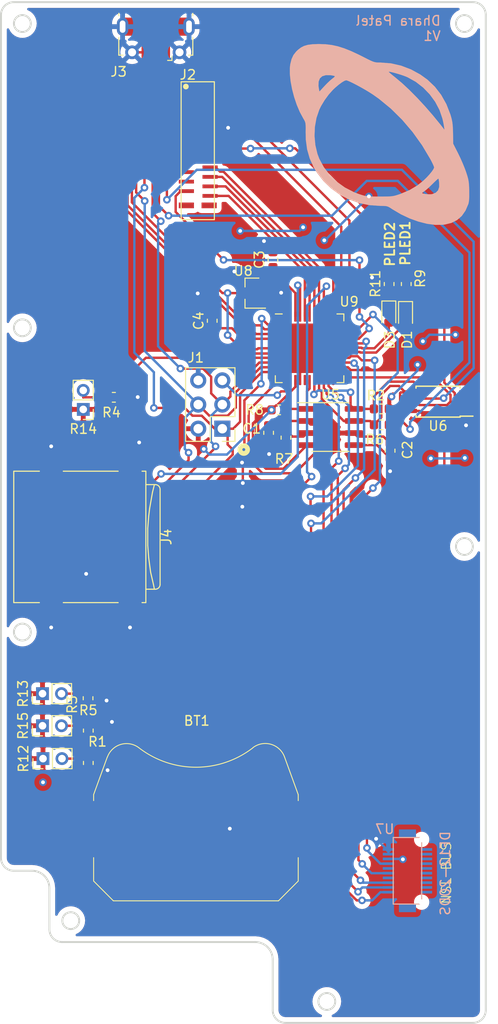
<source format=kicad_pcb>
(kicad_pcb (version 20171130) (host pcbnew "(5.1.2)-2")
  (layers (0 F.Cu signal) (31 B.Cu signal) (34 B.Paste user) (35 F.Paste user) (36 B.SilkS user) (37 F.SilkS user) (38 B.Mask user) (39 F.Mask user) (44 Edge.Cuts user))
  (net 0 "")
  (net 1 "Net-(BT1-Pad1)")
  (net 2 GND)
  (net 3 +3V3)
  (net 4 "Net-(C3-Pad1)")
  (net 5 "Net-(C4-Pad1)")
  (net 6 /PLED1)
  (net 7 "Net-(D1-Pad1)")
  (net 8 /PLED3)
  (net 9 "Net-(D3-Pad1)")
  (net 10 /MOSI)
  (net 11 /RST)
  (net 12 /SCK)
  (net 13 /MISO)
  (net 14 +5V)
  (net 15 /IN2)
  (net 16 /IN1)
  (net 17 /RCLK)
  (net 18 /SRCLK)
  (net 19 /SER)
  (net 20 /SCL)
  (net 21 /SDA)
  (net 22 /CS_IMG)
  (net 23 /TEMP)
  (net 24 /D+)
  (net 25 "Net-(J3-Pad4)")
  (net 26 /VBUS)
  (net 27 /D-)
  (net 28 "Net-(J4-Pad1)")
  (net 29 /~CS_SD)
  (net 30 "Net-(J4-Pad8)")
  (net 31 /PHO1)
  (net 32 /PHO2)
  (net 33 /PHO3)
  (net 34 /PHO4)
  (net 35 /SQW)
  (net 36 /CRYSTAL)
  (net 37 /TMR_RST)
  (net 38 /WC)
  (net 39 "Net-(U7-Pad16)")
  (net 40 /STBY)
  (net 41 "Net-(U7-Pad14)")
  (net 42 /BUSY)
  (net 43 /TX)
  (net 44 /RX)
  (net 45 "Net-(U7-Pad10)")
  (net 46 "Net-(U7-Pad9)")
  (net 47 "Net-(U7-Pad8)")
  (net 48 "Net-(U7-Pad7)")
  (net 49 "Net-(U7-Pad6)")
  (net 50 "Net-(U7-Pad5)")
  (net 51 "Net-(U7-Pad4)")
  (net 52 "Net-(U7-Pad3)")
  (net 53 "Net-(U7-Pad2)")
  (net 54 "Net-(U7-Pad1)")
  (net 55 "Net-(U9-Pad16)")
  (net 56 "Net-(J2-Pad18)")
  (net 57 "Net-(J2-Pad19)")
  (net 58 "Net-(J2-Pad20)")
  (net 59 "Net-(J2-Pad8)")
  (net 60 "Net-(J2-Pad9)")
  (module Custom:planet (layer F.Cu) (at -12.2428 -31.6992 90)
    (fp_text reference G*** hide)
    (fp_text value LOGO hide)
  )
  (module "" (layer F.Cu) (at -5.3086 44.5389)
    (fp_text reference "" (at -28.8036 -0.8128) (layer F.SilkS) (effects (font (size 1.27 1.27))))
    (fp_text value "" (at -28.8036 -0.8128) (layer F.SilkS) (effects (font (size 1.27 1.27))))
  )
  (module Connector_PinHeader_2.54mm:PinHeader_2x03_P2.54mm_Vertical (layer F.Cu) (at -28.8036 -0.8128 180)
    (fp_text reference J1 (at 2.794 7.4676) (layer F.SilkS))
    (fp_text value Conn_02x03_Counter_Clockwise)
    (pad 6 thru_hole oval (at 2.54 5.08 180) (size 1.7 1.7) (drill 1) (layers *.Cu *.Mask) (net 2 GND))
    (pad 5 thru_hole oval (at 0 5.08 180) (size 1.7 1.7) (drill 1) (layers *.Cu *.Mask) (net 11 /RST))
    (pad 4 thru_hole oval (at 2.54 2.54 180) (size 1.7 1.7) (drill 1) (layers *.Cu *.Mask) (net 10 /MOSI))
    (pad 3 thru_hole oval (at 0 2.54 180) (size 1.7 1.7) (drill 1) (layers *.Cu *.Mask) (net 12 /SCK))
    (pad 2 thru_hole oval (at 2.54 0 180) (size 1.7 1.7) (drill 1) (layers *.Cu *.Mask) (net 3 +3V3))
    (pad 1 thru_hole rect (at 0 0 180) (size 1.7 1.7) (drill 1) (layers *.Cu *.Mask) (net 13 /MISO))
  )
  (module Custom:CosmicDC (layer F.Cu) (at 0 0)
    (fp_text reference REF**)
    (fp_text value CosmicDC)
    (fp_circle (center -44.775 50.925) (end -43.886 50.925) (layer Edge.Cuts) (width 0.2))
    (fp_circle (center -49.875 20.575) (end -48.986 20.575) (layer Edge.Cuts) (width 0.2))
    (fp_circle (center -49.875 -11.425) (end -48.986 -11.425) (layer Edge.Cuts) (width 0.2))
    (fp_circle (center -49.875 -43.425) (end -48.986 -43.425) (layer Edge.Cuts) (width 0.2))
    (fp_circle (center -3.29375 -43.425) (end -2.40475 -43.425) (layer Edge.Cuts) (width 0.2))
    (fp_circle (center -3.29375 11.575) (end -2.40475 11.575) (layer Edge.Cuts) (width 0.2))
    (fp_circle (center -17.79375 59.425) (end -16.90475 59.425) (layer Edge.Cuts) (width 0.2))
    (fp_line (start -23.495 55.0125) (end -23.495 60.3375) (layer Edge.Cuts) (width 0.2))
    (fp_arc (start -25.3325 55.0125) (end -23.495 55.0125) (angle -90) (layer Edge.Cuts) (width 0.2))
    (fp_line (start -25.3325 53.175) (end -45.6875 53.175) (layer Edge.Cuts) (width 0.2))
    (fp_arc (start -45.6875 51.8375) (end -47.025 51.8375) (angle -90) (layer Edge.Cuts) (width 0.2))
    (fp_line (start -47.025 51.8375) (end -47.025 47.5125) (layer Edge.Cuts) (width 0.2))
    (fp_arc (start -48.8625 47.5125) (end -47.025 47.5125) (angle -90) (layer Edge.Cuts) (width 0.2))
    (fp_line (start -48.8625 45.675) (end -50.7875 45.675) (layer Edge.Cuts) (width 0.2))
    (fp_arc (start -50.787499 44.337499) (end -52.125 44.3375) (angle -90) (layer Edge.Cuts) (width 0.2))
    (fp_line (start -52.125 44.3375) (end -52.125 -44.3375) (layer Edge.Cuts) (width 0.2))
    (fp_arc (start -50.7875 -44.3375) (end -50.7875 -45.675) (angle -90) (layer Edge.Cuts) (width 0.2))
    (fp_line (start -50.7875 -45.675) (end -2.38125 -45.675) (layer Edge.Cuts) (width 0.2))
    (fp_arc (start -2.38125 -44.3375) (end -1.04375 -44.3375) (angle -90) (layer Edge.Cuts) (width 0.2))
    (fp_line (start -1.04375 -44.3375) (end -1.04375 60.3375) (layer Edge.Cuts) (width 0.2))
    (fp_arc (start -2.38125 60.3375) (end -2.38125 61.675) (angle -90) (layer Edge.Cuts) (width 0.2))
    (fp_line (start -2.38125 61.675) (end -22.1575 61.675) (layer Edge.Cuts) (width 0.2))
    (fp_arc (start -22.1575 60.3375) (end -23.495 60.3375) (angle -90) (layer Edge.Cuts) (width 0.2))
  )
  (module Package_DFN_QFN:QFN-44-1EP_7x7mm_P0.5mm_EP5.2x5.2mm (layer F.Cu) (at -19.6088 -9.271)
    (fp_text reference U9 (at 4.1656 -4.9022) (layer F.SilkS))
    (fp_text value ATmega32U4-MU)
    (pad 44 smd roundrect (at -2.5 -3.3375) (size 0.25 1.075) (layers F.Cu F.Paste F.Mask) (net 3 +3V3))
    (pad 43 smd roundrect (at -2 -3.3375) (size 0.25 1.075) (layers F.Cu F.Paste F.Mask) (net 2 GND))
    (pad 42 smd roundrect (at -1.5 -3.3375) (size 0.25 1.075) (layers F.Cu F.Paste F.Mask) (net 4 "Net-(C3-Pad1)"))
    (pad 41 smd roundrect (at -1 -3.3375) (size 0.25 1.075) (layers F.Cu F.Paste F.Mask) (net 29 /~CS_SD))
    (pad 40 smd roundrect (at -0.5 -3.3375) (size 0.25 1.075) (layers F.Cu F.Paste F.Mask) (net 18 /SRCLK))
    (pad 39 smd roundrect (at 0 -3.3375) (size 0.25 1.075) (layers F.Cu F.Paste F.Mask) (net 17 /RCLK))
    (pad 38 smd roundrect (at 0.5 -3.3375) (size 0.25 1.075) (layers F.Cu F.Paste F.Mask) (net 16 /IN1))
    (pad 37 smd roundrect (at 1 -3.3375) (size 0.25 1.075) (layers F.Cu F.Paste F.Mask) (net 15 /IN2))
    (pad 36 smd roundrect (at 1.5 -3.3375) (size 0.25 1.075) (layers F.Cu F.Paste F.Mask) (net 32 /PHO2))
    (pad 35 smd roundrect (at 2 -3.3375) (size 0.25 1.075) (layers F.Cu F.Paste F.Mask) (net 2 GND))
    (pad 34 smd roundrect (at 2.5 -3.3375) (size 0.25 1.075) (layers F.Cu F.Paste F.Mask) (net 3 +3V3))
    (pad 33 smd roundrect (at 3.3375 -2.5) (size 1.075 0.25) (layers F.Cu F.Paste F.Mask) (net 23 /TEMP))
    (pad 32 smd roundrect (at 3.3375 -2) (size 1.075 0.25) (layers F.Cu F.Paste F.Mask) (net 22 /CS_IMG))
    (pad 31 smd roundrect (at 3.3375 -1.5) (size 1.075 0.25) (layers F.Cu F.Paste F.Mask) (net 40 /STBY))
    (pad 30 smd roundrect (at 3.3375 -1) (size 1.075 0.25) (layers F.Cu F.Paste F.Mask) (net 19 /SER))
    (pad 29 smd roundrect (at 3.3375 -0.5) (size 1.075 0.25) (layers F.Cu F.Paste F.Mask) (net 42 /BUSY))
    (pad 28 smd roundrect (at 3.3375 0) (size 1.075 0.25) (layers F.Cu F.Paste F.Mask) (net 8 /PLED3))
    (pad 27 smd roundrect (at 3.3375 0.5) (size 1.075 0.25) (layers F.Cu F.Paste F.Mask) (net 6 /PLED1))
    (pad 26 smd roundrect (at 3.3375 1) (size 1.075 0.25) (layers F.Cu F.Paste F.Mask) (net 31 /PHO1))
    (pad 25 smd roundrect (at 3.3375 1.5) (size 1.075 0.25) (layers F.Cu F.Paste F.Mask) (net 34 /PHO4))
    (pad 24 smd roundrect (at 3.3375 2) (size 1.075 0.25) (layers F.Cu F.Paste F.Mask) (net 3 +3V3))
    (pad 23 smd roundrect (at 3.3375 2.5) (size 1.075 0.25) (layers F.Cu F.Paste F.Mask) (net 2 GND))
    (pad 22 smd roundrect (at 2.5 3.3375) (size 0.25 1.075) (layers F.Cu F.Paste F.Mask) (net 38 /WC))
    (pad 21 smd roundrect (at 2 3.3375) (size 0.25 1.075) (layers F.Cu F.Paste F.Mask) (net 44 /RX))
    (pad 20 smd roundrect (at 1.5 3.3375) (size 0.25 1.075) (layers F.Cu F.Paste F.Mask) (net 43 /TX))
    (pad 19 smd roundrect (at 1 3.3375) (size 0.25 1.075) (layers F.Cu F.Paste F.Mask) (net 21 /SDA))
    (pad 18 smd roundrect (at 0.5 3.3375) (size 0.25 1.075) (layers F.Cu F.Paste F.Mask) (net 20 /SCL))
    (pad 17 smd roundrect (at 0 3.3375) (size 0.25 1.075) (layers F.Cu F.Paste F.Mask) (net 36 /CRYSTAL))
    (pad 16 smd roundrect (at -0.5 3.3375) (size 0.25 1.075) (layers F.Cu F.Paste F.Mask) (net 55 "Net-(U9-Pad16)"))
    (pad 15 smd roundrect (at -1 3.3375) (size 0.25 1.075) (layers F.Cu F.Paste F.Mask) (net 2 GND))
    (pad 14 smd roundrect (at -1.5 3.3375) (size 0.25 1.075) (layers F.Cu F.Paste F.Mask) (net 3 +3V3))
    (pad 13 smd roundrect (at -2 3.3375) (size 0.25 1.075) (layers F.Cu F.Paste F.Mask) (net 11 /RST))
    (pad 12 smd roundrect (at -2.5 3.3375) (size 0.25 1.075) (layers F.Cu F.Paste F.Mask) (net 37 /TMR_RST))
    (pad 11 smd roundrect (at -3.3375 2.5) (size 1.075 0.25) (layers F.Cu F.Paste F.Mask) (net 13 /MISO))
    (pad 10 smd roundrect (at -3.3375 2) (size 1.075 0.25) (layers F.Cu F.Paste F.Mask) (net 10 /MOSI))
    (pad 9 smd roundrect (at -3.3375 1.5) (size 1.075 0.25) (layers F.Cu F.Paste F.Mask) (net 12 /SCK))
    (pad 8 smd roundrect (at -3.3375 1) (size 1.075 0.25) (layers F.Cu F.Paste F.Mask) (net 33 /PHO3))
    (pad 7 smd roundrect (at -3.3375 0.5) (size 1.075 0.25) (layers F.Cu F.Paste F.Mask) (net 26 /VBUS))
    (pad 6 smd roundrect (at -3.3375 0) (size 1.075 0.25) (layers F.Cu F.Paste F.Mask) (net 5 "Net-(C4-Pad1)"))
    (pad 5 smd roundrect (at -3.3375 -0.5) (size 1.075 0.25) (layers F.Cu F.Paste F.Mask) (net 2 GND))
    (pad 4 smd roundrect (at -3.3375 -1) (size 1.075 0.25) (layers F.Cu F.Paste F.Mask) (net 24 /D+))
    (pad 3 smd roundrect (at -3.3375 -1.5) (size 1.075 0.25) (layers F.Cu F.Paste F.Mask) (net 27 /D-))
    (pad 2 smd roundrect (at -3.3375 -2) (size 1.075 0.25) (layers F.Cu F.Paste F.Mask) (net 26 /VBUS))
    (pad 1 smd roundrect (at -3.3375 -2.5) (size 1.075 0.25) (layers F.Cu F.Paste F.Mask) (net 35 /SQW))
    (pad 45 smd roundrect (at 0 0) (size 5.2 5.2) (layers F.Cu F.Mask) (roundrect_rratio 0.048077) (net 2 GND))
  )
  (module Package_TO_SOT_SMD:SOT-23 (layer F.Cu) (at -25.654 -15.0724 180)
    (fp_text reference U8 (at 0.9492 2.3368) (layer F.SilkS))
    (fp_text value AP2127N-3.3)
    (pad 3 smd rect (at 1 0 180) (size 0.9 0.8) (layers F.Cu F.Paste F.Mask) (net 26 /VBUS))
    (pad 2 smd rect (at -1 0.95 180) (size 0.9 0.8) (layers F.Cu F.Paste F.Mask) (net 3 +3V3))
    (pad 1 smd rect (at -1 -0.95 180) (size 0.9 0.8) (layers F.Cu F.Paste F.Mask) (net 2 GND))
  )
  (module "Custom:DF12-20DS-0.5V(86)" (layer B.Cu) (at -9.2964 45.6816 90)
    (fp_text reference U7 (at 4.3812 -2.3876) (layer B.SilkS) (effects (justify mirror)))
    (fp_text value DF12-20DS (at -0.267 3.9878 -90) (layer B.SilkS) (effects (justify mirror)))
    (pad 20 smd rect (at 2.25 -2 90) (size 0.28 1.2) (layers B.Cu B.Paste B.Mask) (net 2 GND))
    (pad 19 smd rect (at 1.75 -2 90) (size 0.28 1.2) (layers B.Cu B.Paste B.Mask) (net 2 GND))
    (pad 18 smd rect (at 1.25 -2 90) (size 0.28 1.2) (layers B.Cu B.Paste B.Mask) (net 3 +3V3))
    (pad 17 smd rect (at 0.75 -2 90) (size 0.28 1.2) (layers B.Cu B.Paste B.Mask) (net 14 +5V))
    (pad 16 smd rect (at 0.25 -2 90) (size 0.28 1.2) (layers B.Cu B.Paste B.Mask) (net 39 "Net-(U7-Pad16)"))
    (pad 15 smd rect (at -0.25 -2 90) (size 0.28 1.2) (layers B.Cu B.Paste B.Mask) (net 40 /STBY))
    (pad 14 smd rect (at -0.75 -2 90) (size 0.28 1.2) (layers B.Cu B.Paste B.Mask) (net 41 "Net-(U7-Pad14)"))
    (pad 13 smd rect (at -1.25 -2 90) (size 0.28 1.2) (layers B.Cu B.Paste B.Mask) (net 42 /BUSY))
    (pad 12 smd rect (at -1.75 -2 90) (size 0.28 1.2) (layers B.Cu B.Paste B.Mask) (net 44 /RX))
    (pad 11 smd rect (at -2.25 -2 90) (size 0.28 1.2) (layers B.Cu B.Paste B.Mask) (net 43 /TX))
    (pad 10 smd rect (at 2.25 2 90) (size 0.28 1.2) (layers B.Cu B.Paste B.Mask) (net 45 "Net-(U7-Pad10)"))
    (pad 9 smd rect (at 1.75 2 90) (size 0.28 1.2) (layers B.Cu B.Paste B.Mask) (net 46 "Net-(U7-Pad9)"))
    (pad 8 smd rect (at 1.25 2 90) (size 0.28 1.2) (layers B.Cu B.Paste B.Mask) (net 47 "Net-(U7-Pad8)"))
    (pad 7 smd rect (at 0.75 2 90) (size 0.28 1.2) (layers B.Cu B.Paste B.Mask) (net 48 "Net-(U7-Pad7)"))
    (pad 6 smd rect (at 0.25 2 90) (size 0.28 1.2) (layers B.Cu B.Paste B.Mask) (net 49 "Net-(U7-Pad6)"))
    (pad 5 smd rect (at -0.25 2 90) (size 0.28 1.2) (layers B.Cu B.Paste B.Mask) (net 50 "Net-(U7-Pad5)"))
    (pad 4 smd rect (at -0.75 2 90) (size 0.28 1.2) (layers B.Cu B.Paste B.Mask) (net 51 "Net-(U7-Pad4)"))
    (pad 3 smd rect (at -1.25 2 90) (size 0.28 1.2) (layers B.Cu B.Paste B.Mask) (net 52 "Net-(U7-Pad3)"))
    (pad 2 smd rect (at -1.75 2 90) (size 0.28 1.2) (layers B.Cu B.Paste B.Mask) (net 53 "Net-(U7-Pad2)"))
    (pad 1 smd rect (at -2.25 2 90) (size 0.28 1.2) (layers B.Cu B.Paste B.Mask) (net 54 "Net-(U7-Pad1)"))
    (pad "" smd rect (at 3.95 0 90) (size 0.8 1.8) (layers B.Cu B.Paste B.Mask))
    (pad "" smd rect (at -3.95 0 90) (size 0.8 1.8) (layers B.Cu B.Paste B.Mask))
    (pad "" np_thru_hole circle (at -3.3 1.5 90) (size 0.6 0.6) (drill 0.6) (layers *.Cu *.Mask))
    (pad "" np_thru_hole circle (at 3.3 1.5 90) (size 0.6 0.6) (drill 0.6) (layers *.Cu *.Mask))
  )
  (module Package_SO:TSSOP-8_4.4x3mm_P0.65mm (layer F.Cu) (at -6.0706 -3.6576 180)
    (fp_text reference U6 (at 0 -2.55) (layer F.SilkS))
    (fp_text value M24C32-XDW5TP)
    (pad 8 smd rect (at 2.95 -0.975 180) (size 1.45 0.45) (layers F.Cu F.Paste F.Mask) (net 3 +3V3))
    (pad 7 smd rect (at 2.95 -0.325 180) (size 1.45 0.45) (layers F.Cu F.Paste F.Mask) (net 38 /WC))
    (pad 6 smd rect (at 2.95 0.325 180) (size 1.45 0.45) (layers F.Cu F.Paste F.Mask) (net 20 /SCL))
    (pad 5 smd rect (at 2.95 0.975 180) (size 1.45 0.45) (layers F.Cu F.Paste F.Mask) (net 21 /SDA))
    (pad 4 smd rect (at -2.95 0.975 180) (size 1.45 0.45) (layers F.Cu F.Paste F.Mask) (net 2 GND))
    (pad 3 smd rect (at -2.95 0.325 180) (size 1.45 0.45) (layers F.Cu F.Paste F.Mask) (net 2 GND))
    (pad 2 smd rect (at -2.95 -0.325 180) (size 1.45 0.45) (layers F.Cu F.Paste F.Mask) (net 2 GND))
    (pad 1 smd rect (at -2.95 -0.975 180) (size 1.45 0.45) (layers F.Cu F.Paste F.Mask) (net 2 GND))
  )
  (module Package_SO:SOIC-8_3.9x4.9mm_P1.27mm (layer F.Cu) (at -17.4102 -0.9906)
    (fp_text reference U5 (at 0 -3.4) (layer F.SilkS))
    (fp_text value DS3231MZ)
    (pad 8 smd roundrect (at 2.475 -1.905) (size 1.95 0.6) (layers F.Cu F.Paste F.Mask) (net 20 /SCL))
    (pad 7 smd roundrect (at 2.475 -0.635) (size 1.95 0.6) (layers F.Cu F.Paste F.Mask) (net 21 /SDA))
    (pad 6 smd roundrect (at 2.475 0.635) (size 1.95 0.6) (layers F.Cu F.Paste F.Mask) (net 3 +3V3))
    (pad 5 smd roundrect (at 2.475 1.905) (size 1.95 0.6) (layers F.Cu F.Paste F.Mask) (net 2 GND))
    (pad 4 smd roundrect (at -2.475 1.905) (size 1.95 0.6) (layers F.Cu F.Paste F.Mask) (net 37 /TMR_RST))
    (pad 3 smd roundrect (at -2.475 0.635) (size 1.95 0.6) (layers F.Cu F.Paste F.Mask) (net 35 /SQW))
    (pad 2 smd roundrect (at -2.475 -0.635) (size 1.95 0.6) (layers F.Cu F.Paste F.Mask) (net 1 "Net-(BT1-Pad1)"))
    (pad 1 smd roundrect (at -2.475 -1.905) (size 1.95 0.6) (layers F.Cu F.Paste F.Mask) (net 36 /CRYSTAL))
  )
  (module Resistor_SMD:R_0603_1608Metric (layer F.Cu) (at -11.2268 -16.0274 90)
    (fp_text reference R11 (at 0.0254 -1.4478 270) (layer F.SilkS))
    (fp_text value 440R)
    (pad 2 smd roundrect (at 0.7875 0 90) (size 0.875 0.95) (layers F.Cu F.Paste F.Mask) (net 2 GND))
    (pad 1 smd roundrect (at -0.7875 0 90) (size 0.875 0.95) (layers F.Cu F.Paste F.Mask) (net 9 "Net-(D3-Pad1)"))
  )
  (module Resistor_SMD:R_0603_1608Metric (layer F.Cu) (at -9.4234 -16.0274 90)
    (fp_text reference R9 (at 0.5842 1.4732 90) (layer F.SilkS))
    (fp_text value 440R)
    (pad 2 smd roundrect (at 0.7875 0 90) (size 0.875 0.95) (layers F.Cu F.Paste F.Mask) (net 2 GND))
    (pad 1 smd roundrect (at -0.7875 0 90) (size 0.875 0.95) (layers F.Cu F.Paste F.Mask) (net 7 "Net-(D1-Pad1)"))
  )
  (module Resistor_SMD:R_0603_1608Metric (layer F.Cu) (at -22.8345 -2.794)
    (fp_text reference R8 (at -2.5655 0 180) (layer F.SilkS))
    (fp_text value 10k)
    (pad 2 smd roundrect (at 0.7875 0) (size 0.875 0.95) (layers F.Cu F.Paste F.Mask) (net 36 /CRYSTAL))
    (pad 1 smd roundrect (at -0.7875 0) (size 0.875 0.95) (layers F.Cu F.Paste F.Mask) (net 3 +3V3))
  )
  (module Resistor_SMD:R_0603_1608Metric (layer F.Cu) (at -22.098 0.1271 90)
    (fp_text reference R7 (at -2.2352 -0.2032 180) (layer F.SilkS))
    (fp_text value 10k)
    (pad 2 smd roundrect (at 0.7875 0 90) (size 0.875 0.95) (layers F.Cu F.Paste F.Mask) (net 35 /SQW))
    (pad 1 smd roundrect (at -0.7875 0 90) (size 0.875 0.95) (layers F.Cu F.Paste F.Mask) (net 3 +3V3))
  )
  (module Resistor_SMD:R_0603_1608Metric (layer F.Cu) (at -12.0396 -1.2192 180)
    (fp_text reference R6 (at 0.6985 -1.5494) (layer F.SilkS))
    (fp_text value 10k)
    (pad 2 smd roundrect (at 0.7875 0 180) (size 0.875 0.95) (layers F.Cu F.Paste F.Mask) (net 21 /SDA))
    (pad 1 smd roundrect (at -0.7875 0 180) (size 0.875 0.95) (layers F.Cu F.Paste F.Mask) (net 3 +3V3))
  )
  (module Resistor_SMD:R_0603_1608Metric (layer F.Cu) (at -42.926 30.9372 270)
    (fp_text reference R5 (at -2.1336 0 180) (layer F.SilkS))
    (fp_text value 1k)
    (pad 2 smd roundrect (at 0.7875 0 270) (size 0.875 0.95) (layers F.Cu F.Paste F.Mask) (net 2 GND))
    (pad 1 smd roundrect (at -0.7875 0 270) (size 0.875 0.95) (layers F.Cu F.Paste F.Mask) (net 34 /PHO4))
  )
  (module Resistor_SMD:R_0603_1608Metric (layer F.Cu) (at -40.2337 -4.1148)
    (fp_text reference R4 (at -0.2539 1.6002) (layer F.SilkS))
    (fp_text value 1k)
    (pad 2 smd roundrect (at 0.7875 0) (size 0.875 0.95) (layers F.Cu F.Paste F.Mask) (net 2 GND))
    (pad 1 smd roundrect (at -0.7875 0) (size 0.875 0.95) (layers F.Cu F.Paste F.Mask) (net 33 /PHO3))
  )
  (module Resistor_SMD:R_0603_1608Metric (layer F.Cu) (at -42.9514 27.5337 270)
    (fp_text reference R3 (at 0.6604 1.6764 90) (layer F.SilkS))
    (fp_text value 1k)
    (pad 2 smd roundrect (at 0.7875 0 270) (size 0.875 0.95) (layers F.Cu F.Paste F.Mask) (net 2 GND))
    (pad 1 smd roundrect (at -0.7875 0 270) (size 0.875 0.95) (layers F.Cu F.Paste F.Mask) (net 32 /PHO2))
  )
  (module Resistor_SMD:R_0603_1608Metric (layer F.Cu) (at -12.0396 -2.8956 180)
    (fp_text reference R2 (at 0.5842 1.4097) (layer F.SilkS))
    (fp_text value 10k)
    (pad 2 smd roundrect (at 0.7875 0 180) (size 0.875 0.95) (layers F.Cu F.Paste F.Mask) (net 20 /SCL))
    (pad 1 smd roundrect (at -0.7875 0 180) (size 0.875 0.95) (layers F.Cu F.Paste F.Mask) (net 3 +3V3))
  )
  (module Resistor_SMD:R_0603_1608Metric (layer F.Cu) (at -42.926 34.3408 270)
    (fp_text reference R1 (at -2.2353 -0.9652 180) (layer F.SilkS))
    (fp_text value 1k)
    (pad 2 smd roundrect (at 0.7875 0 270) (size 0.875 0.95) (layers F.Cu F.Paste F.Mask) (net 2 GND))
    (pad 1 smd roundrect (at -0.7875 0 270) (size 0.875 0.95) (layers F.Cu F.Paste F.Mask) (net 31 /PHO1))
  )
  (module Connector_Card:microSD_HC_Wuerth_693072010801 (layer F.Cu) (at -42.672 10.5664 270)
    (fp_text reference J4 (at 0 -7.99 90) (layer F.SilkS))
    (fp_text value Micro_SD_Card)
    (pad 1 smd rect (at -3.2 -1.55 270) (size 0.8 1.5) (layers F.Cu F.Paste F.Mask) (net 28 "Net-(J4-Pad1)"))
    (pad 2 smd rect (at -2.1 -1.55 270) (size 0.8 1.5) (layers F.Cu F.Paste F.Mask) (net 29 /~CS_SD))
    (pad 3 smd rect (at -1 -1.55 270) (size 0.8 1.5) (layers F.Cu F.Paste F.Mask) (net 10 /MOSI))
    (pad 4 smd rect (at 0.1 -1.55 270) (size 0.8 1.5) (layers F.Cu F.Paste F.Mask) (net 3 +3V3))
    (pad 5 smd rect (at 1.2 -1.55 270) (size 0.8 1.5) (layers F.Cu F.Paste F.Mask) (net 12 /SCK))
    (pad 6 smd rect (at 2.3 -1.55 270) (size 0.8 1.5) (layers F.Cu F.Paste F.Mask) (net 2 GND))
    (pad 7 smd rect (at 3.4 -1.55 270) (size 0.8 1.5) (layers F.Cu F.Paste F.Mask) (net 13 /MISO))
    (pad 8 smd rect (at 4.5 -1.55 270) (size 0.8 1.5) (layers F.Cu F.Paste F.Mask) (net 30 "Net-(J4-Pad8)"))
    (pad 9 smd rect (at 6.875 4.15 270) (size 1.45 2) (layers F.Cu F.Paste F.Mask) (net 2 GND))
    (pad 9 smd rect (at -6.875 4.15 270) (size 1.45 2) (layers F.Cu F.Paste F.Mask) (net 2 GND))
    (pad 9 smd rect (at -6.875 -4.15 270) (size 1.45 2) (layers F.Cu F.Paste F.Mask) (net 2 GND))
    (pad 9 smd rect (at 6.875 -4.15 270) (size 1.45 2) (layers F.Cu F.Paste F.Mask) (net 2 GND))
  )
  (module Connector_USB:USB_Micro-B_Molex-105017-0001 (layer F.Cu) (at -35.814 -41.8592 180)
    (fp_text reference J3 (at 3.9116 -3.5052) (layer F.SilkS))
    (fp_text value USB_B_Micro)
    (pad 6 smd rect (at -2.9 1.2375 180) (size 1.2 1.9) (layers F.Cu F.Mask) (net 2 GND))
    (pad 6 smd rect (at 2.9 1.2375 180) (size 1.2 1.9) (layers F.Cu F.Mask) (net 2 GND))
    (pad 6 thru_hole oval (at 3.5 1.2375 180) (size 1.2 1.9) (drill oval 0.6 1.3) (layers *.Cu *.Mask) (net 2 GND))
    (pad 6 thru_hole oval (at -3.5 1.2375) (size 1.2 1.9) (drill oval 0.6 1.3) (layers *.Cu *.Mask) (net 2 GND))
    (pad 6 smd rect (at -1 1.2375 180) (size 1.5 1.9) (layers F.Cu F.Paste F.Mask) (net 2 GND))
    (pad 6 thru_hole circle (at 2.5 -1.4625 180) (size 1.45 1.45) (drill 0.85) (layers *.Cu *.Mask) (net 2 GND))
    (pad 3 smd rect (at 0 -1.4625 180) (size 0.4 1.35) (layers F.Cu F.Paste F.Mask) (net 24 /D+))
    (pad 4 smd rect (at 0.65 -1.4625 180) (size 0.4 1.35) (layers F.Cu F.Paste F.Mask) (net 25 "Net-(J3-Pad4)"))
    (pad 5 smd rect (at 1.3 -1.4625 180) (size 0.4 1.35) (layers F.Cu F.Paste F.Mask) (net 2 GND))
    (pad 1 smd rect (at -1.3 -1.4625 180) (size 0.4 1.35) (layers F.Cu F.Paste F.Mask) (net 26 /VBUS))
    (pad 2 smd rect (at -0.65 -1.4625 180) (size 0.4 1.35) (layers F.Cu F.Paste F.Mask) (net 27 /D-))
    (pad 6 thru_hole circle (at -2.5 -1.4625 180) (size 1.45 1.45) (drill 0.85) (layers *.Cu *.Mask) (net 2 GND))
    (pad 6 smd rect (at 1 1.2375 180) (size 1.5 1.9) (layers F.Cu F.Paste F.Mask) (net 2 GND))
  )
  (module LED_SMD:LED_0603_1608Metric (layer F.Cu) (at -11.2588 -12.7585 270)
    (fp_text reference D3 (at 2.6125 -0.1 90) (layer F.SilkS))
    (fp_text value LED)
    (pad 2 smd roundrect (at 0.7875 0 270) (size 0.875 0.95) (layers F.Cu F.Paste F.Mask) (net 8 /PLED3))
    (pad 1 smd roundrect (at -0.7875 0 270) (size 0.875 0.95) (layers F.Cu F.Paste F.Mask) (net 9 "Net-(D3-Pad1)"))
  )
  (module LED_SMD:LED_0603_1608Metric (layer F.Cu) (at -9.4996 -12.6999 270)
    (fp_text reference D1 (at 2.5399 -0.1651 90) (layer F.SilkS))
    (fp_text value LED)
    (pad 2 smd roundrect (at 0.7875 0 270) (size 0.875 0.95) (layers F.Cu F.Paste F.Mask) (net 6 /PLED1))
    (pad 1 smd roundrect (at -0.7875 0 270) (size 0.875 0.95) (layers F.Cu F.Paste F.Mask) (net 7 "Net-(D1-Pad1)"))
  )
  (module Capacitor_SMD:C_0603_1608Metric (layer F.Cu) (at -29.8704 -12.1667 90)
    (fp_text reference C4 (at 0 -1.43 90) (layer F.SilkS))
    (fp_text value 1uF)
    (pad 2 smd roundrect (at 0.7875 0 90) (size 0.875 0.95) (layers F.Cu F.Paste F.Mask) (net 2 GND))
    (pad 1 smd roundrect (at -0.7875 0 90) (size 0.875 0.95) (layers F.Cu F.Paste F.Mask) (net 5 "Net-(C4-Pad1)"))
  )
  (module Capacitor_SMD:C_0603_1608Metric (layer F.Cu) (at -23.4696 -18.5928 90)
    (fp_text reference C3 (at 0 -1.43 90) (layer F.SilkS))
    (fp_text value 1uF)
    (pad 2 smd roundrect (at 0.7875 0 90) (size 0.875 0.95) (layers F.Cu F.Paste F.Mask) (net 2 GND))
    (pad 1 smd roundrect (at -0.7875 0 90) (size 0.875 0.95) (layers F.Cu F.Paste F.Mask) (net 4 "Net-(C3-Pad1)"))
  )
  (module Capacitor_SMD:C_0603_1608Metric (layer F.Cu) (at -11.1252 1.4985 270)
    (fp_text reference C2 (at -0.0761 -1.8288 90) (layer F.SilkS))
    (fp_text value 0.1uF)
    (pad 2 smd roundrect (at 0.7875 0 270) (size 0.875 0.95) (layers F.Cu F.Paste F.Mask) (net 2 GND))
    (pad 1 smd roundrect (at -0.7875 0 270) (size 0.875 0.95) (layers F.Cu F.Paste F.Mask) (net 3 +3V3))
  )
  (module Capacitor_SMD:C_0603_1608Metric (layer F.Cu) (at -23.9268 -0.3809 270)
    (fp_text reference C1 (at -0.4319 1.778) (layer F.SilkS))
    (fp_text value 0.1uF)
    (pad 2 smd roundrect (at 0.7875 0 270) (size 0.875 0.95) (layers F.Cu F.Paste F.Mask) (net 2 GND))
    (pad 1 smd roundrect (at -0.7875 0 270) (size 0.875 0.95) (layers F.Cu F.Paste F.Mask) (net 1 "Net-(BT1-Pad1)"))
  )
  (module Battery:BatteryHolder_Keystone_3034_1x20mm (layer F.Cu) (at -31.5854 41.3004 180)
    (fp_text reference BT1 (at -0.0894 11.3919) (layer F.SilkS))
    (fp_text value Battery_Cell)
    (pad 1 smd rect (at -10.985 0 180) (size 1.27 5.08) (layers F.Cu F.Paste F.Mask) (net 1 "Net-(BT1-Pad1)"))
    (pad 1 smd rect (at 10.985 0 180) (size 1.27 5.08) (layers F.Cu F.Paste F.Mask) (net 1 "Net-(BT1-Pad1)"))
    (pad 2 smd rect (at 0 0 180) (size 3.96 3.96) (layers F.Cu F.Paste F.Mask) (net 2 GND))
  )
  (module Custom:62674-201121ALF (layer F.Cu) (at -31.3944 -30.0482 90)
    (fp_text reference J2 (at 7.9883 -1.0414 180) (layer F.SilkS))
    (fp_text value Conn_01x20)
    (pad ~ smd rect (at -5.75 -1.2 90) (size 0.6 1.6) (layers F.Cu F.Paste F.Mask))
    (pad ~ smd rect (at -5.75 1.2 90) (size 0.6 1.6) (layers F.Cu F.Paste F.Mask))
    (pad ~ smd rect (at 5.75 1.2 90) (size 0.6 1.6) (layers F.Cu F.Paste F.Mask))
    (pad ~ smd rect (at 5.75 -1.2 90) (size 0.6 1.6) (layers F.Cu F.Paste F.Mask))
    (pad 20 smd rect (at 4.25 1.3 90) (size 0.4 1.6) (layers F.Cu F.Paste F.Mask) (net 58 "Net-(J2-Pad20)"))
    (pad 19 smd rect (at 3.25 1.3 90) (size 0.4 1.6) (layers F.Cu F.Paste F.Mask) (net 57 "Net-(J2-Pad19)"))
    (pad 18 smd rect (at 2.25 1.3 90) (size 0.4 1.6) (layers F.Cu F.Paste F.Mask) (net 56 "Net-(J2-Pad18)"))
    (pad 17 smd rect (at 1.25 1.3 90) (size 0.4 1.6) (layers F.Cu F.Paste F.Mask) (net 2 GND))
    (pad 16 smd rect (at 0.25 1.3 90) (size 0.4 1.6) (layers F.Cu F.Paste F.Mask) (net 14 +5V))
    (pad 15 smd rect (at -0.75 1.3 90) (size 0.4 1.6) (layers F.Cu F.Paste F.Mask) (net 3 +3V3))
    (pad 14 smd rect (at -1.75 1.3 90) (size 0.4 1.6) (layers F.Cu F.Paste F.Mask) (net 15 /IN2))
    (pad 13 smd rect (at -2.75 1.3 90) (size 0.4 1.6) (layers F.Cu F.Paste F.Mask) (net 16 /IN1))
    (pad 12 smd rect (at -3.75 1.3 90) (size 0.4 1.6) (layers F.Cu F.Paste F.Mask) (net 17 /RCLK))
    (pad 11 smd rect (at -4.75 1.3 90) (size 0.4 1.6) (layers F.Cu F.Paste F.Mask) (net 18 /SRCLK))
    (pad 10 smd rect (at -4.25 -1.2 90) (size 0.4 1.6) (layers F.Cu F.Paste F.Mask) (net 19 /SER))
    (pad 9 smd rect (at -3.25 -1.2 90) (size 0.4 1.6) (layers F.Cu F.Paste F.Mask) (net 60 "Net-(J2-Pad9)"))
    (pad 8 smd rect (at -2.25 -1.2 90) (size 0.4 1.6) (layers F.Cu F.Paste F.Mask) (net 59 "Net-(J2-Pad8)"))
    (pad 7 smd rect (at -1.25 -1.2 90) (size 0.4 1.6) (layers F.Cu F.Paste F.Mask) (net 20 /SCL))
    (pad 6 smd rect (at -0.25 -1.2 90) (size 0.4 1.6) (layers F.Cu F.Paste F.Mask) (net 21 /SDA))
    (pad 5 smd rect (at 0.75 -1.2 90) (size 0.4 1.6) (layers F.Cu F.Paste F.Mask) (net 12 /SCK))
    (pad 4 smd rect (at 1.75 -1.2 90) (size 0.4 1.6) (layers F.Cu F.Paste F.Mask) (net 13 /MISO))
    (pad 3 smd rect (at 2.75 -1.2 90) (size 0.4 1.6) (layers F.Cu F.Paste F.Mask) (net 10 /MOSI))
    (pad 2 smd rect (at 3.75 -1.2 90) (size 0.4 1.6) (layers F.Cu F.Paste F.Mask) (net 22 /CS_IMG))
    (pad 1 smd rect (at 4.75 -1.2 90) (size 0.4 1.6) (layers F.Cu F.Paste F.Mask) (net 23 /TEMP))
  )
  (module Connector_PinHeader_2.00mm:PinHeader_1x02_P2.00mm_Vertical (layer F.Cu) (at -47.7012 33.8836 90)
    (fp_text reference R12 (at 0 -2.06 90) (layer F.SilkS))
    (fp_text value R_PHOTO)
    (pad 1 thru_hole rect (at 0 0 90) (size 1.35 1.35) (drill 0.8) (layers *.Cu *.Mask) (net 3 +3V3))
    (pad 2 thru_hole oval (at 0 2 90) (size 1.35 1.35) (drill 0.8) (layers *.Cu *.Mask) (net 31 /PHO1))
  )
  (module Connector_PinHeader_2.00mm:PinHeader_1x02_P2.00mm_Vertical (layer F.Cu) (at -47.752 27.051 90)
    (fp_text reference R13 (at 0 -2.06 -90) (layer F.SilkS))
    (fp_text value R_PHOTO)
    (pad 2 thru_hole oval (at 0 2 90) (size 1.35 1.35) (drill 0.8) (layers *.Cu *.Mask) (net 32 /PHO2))
    (pad 1 thru_hole rect (at 0 0 90) (size 1.35 1.35) (drill 0.8) (layers *.Cu *.Mask) (net 3 +3V3))
  )
  (module Connector_PinHeader_2.00mm:PinHeader_1x02_P2.00mm_Vertical (layer F.Cu) (at -43.4594 -2.8448 180)
    (fp_text reference R14 (at 0 -2.06) (layer F.SilkS))
    (fp_text value R_PHOTO)
    (pad 1 thru_hole rect (at 0 0 180) (size 1.35 1.35) (drill 0.8) (layers *.Cu *.Mask) (net 3 +3V3))
    (pad 2 thru_hole oval (at 0 2 180) (size 1.35 1.35) (drill 0.8) (layers *.Cu *.Mask) (net 33 /PHO3))
  )
  (module Connector_PinHeader_2.00mm:PinHeader_1x02_P2.00mm_Vertical (layer F.Cu) (at -47.752 30.4292 90)
    (fp_text reference R15 (at 0 -2.06 90) (layer F.SilkS))
    (fp_text value R_PHOTO)
    (pad 2 thru_hole oval (at 0 2 90) (size 1.35 1.35) (drill 0.8) (layers *.Cu *.Mask) (net 34 /PHO4))
    (pad 1 thru_hole rect (at 0 0 90) (size 1.35 1.35) (drill 0.8) (layers *.Cu *.Mask) (net 3 +3V3))
  )
  (gr_text "NSL BUS" (at -5.1943 45.9232 90) (layer F.SilkS) (effects (font (size 1 1) (thickness 0.1))))
  (gr_text "Dhara Patel \nV1" (at -5.7023 -42.9133) (layer B.SilkS) (effects (font (size 1 1)) (justify left mirror)))
  (gr_circle (center -26.543 1.3843) (end -26.388498 1.3843) (layer F.SilkS) (width 0.5))
  (gr_text "PLED2\n" (at -11.1506 -20.2184 90) (layer F.SilkS) (effects (font (size 1 1) (thickness 0.2))))
  (gr_text PLED1 (at -9.525 -20.32 90) (layer F.SilkS) (effects (font (size 1 1) (thickness 0.2))))
  (segment (start -19.51449 -1.25489) (end -18.85489 -1.25489) (width 0.25) (layer F.Cu) (net 1))
  (segment (start -19.8852 -1.6256) (end -19.51449 -1.25489) (width 0.25) (layer F.Cu) (net 1))
  (segment (start -19.8852 -1.6256) (end -23.4696 -1.6256) (width 0.25) (layer F.Cu) (net 1))
  (segment (start -23.4696 -1.6256) (end -23.9268 -1.1684) (width 0.25) (layer F.Cu) (net 1))
  (segment (start -20.6004 38.5104) (end -20.6004 41.3004) (width 0.25) (layer F.Cu) (net 1))
  (segment (start -18.135179 36.045179) (end -20.6004 38.5104) (width 0.25) (layer F.Cu) (net 1))
  (segment (start -36.430179 36.045179) (end -18.135179 36.045179) (width 0.25) (layer F.Cu) (net 1))
  (segment (start -41.6854 41.3004) (end -36.430179 36.045179) (width 0.25) (layer F.Cu) (net 1))
  (segment (start -42.5704 41.3004) (end -41.6854 41.3004) (width 0.25) (layer F.Cu) (net 1))
  (segment (start -18.135179 8.743383) (end -18.135179 36.045179) (width 0.25) (layer F.Cu) (net 1))
  (segment (start -18.135179 -1.135179) (end -18.135179 8.743383) (width 0.25) (layer F.Cu) (net 1))
  (segment (start -19.51449 -1.25489) (end -18.25489 -1.25489) (width 0.25) (layer F.Cu) (net 1))
  (segment (start -18.25489 -1.25489) (end -18.135179 -1.135179) (width 0.25) (layer F.Cu) (net 1))
  (segment (start -37.114 -40.3967) (end -38.314 -40.3967) (width 0.25) (layer F.Cu) (net 2))
  (segment (start -20.1088 -9.771) (end -19.6088 -9.271) (width 0.25) (layer F.Cu) (net 2))
  (segment (start -22.9463 -9.771) (end -20.1088 -9.771) (width 0.25) (layer F.Cu) (net 2))
  (segment (start -17.65879 -11.22101) (end -19.6088 -9.271) (width 0.25) (layer F.Cu) (net 2))
  (segment (start -17.65879 -12.56721) (end -17.65879 -11.22101) (width 0.25) (layer F.Cu) (net 2))
  (segment (start -17.6175 -12.6085) (end -17.65879 -12.56721) (width 0.25) (layer F.Cu) (net 2))
  (segment (start -17.6088 -12.6085) (end -17.6175 -12.6085) (width 0.25) (layer F.Cu) (net 2))
  (segment (start -3.1206 -2.6826) (end -3.1206 -3.3326) (width 0.25) (layer F.Cu) (net 2))
  (segment (start -3.1206 -3.3326) (end -3.1206 -3.9826) (width 0.25) (layer F.Cu) (net 2))
  (segment (start -3.1206 -3.9826) (end -3.1206 -4.6326) (width 0.25) (layer F.Cu) (net 2))
  (segment (start -11.2964 43.9316) (end -11.2964 43.4316) (width 0.25) (layer B.Cu) (net 2))
  (segment (start -16.9088 -6.771) (end -19.4088 -9.271) (width 0.25) (layer F.Cu) (net 2))
  (segment (start -19.4088 -9.271) (end -19.6088 -9.271) (width 0.25) (layer F.Cu) (net 2))
  (segment (start -16.2713 -6.771) (end -16.9088 -6.771) (width 0.25) (layer F.Cu) (net 2))
  (segment (start -11.1252 3.657598) (end -11.125198 3.6576) (width 0.25) (layer F.Cu) (net 2))
  (via (at -11.125198 3.6576) (size 0.8) (drill 0.4) (layers F.Cu B.Cu) (net 2))
  (segment (start -11.1252 2.286) (end -11.1252 3.657598) (width 0.25) (layer F.Cu) (net 2))
  (segment (start -20.6088 -8.271) (end -19.6088 -9.271) (width 0.25) (layer F.Cu) (net 2))
  (segment (start -20.6088 -5.9335) (end -20.6088 -8.271) (width 0.25) (layer F.Cu) (net 2))
  (via (at -12.5984 42.3164) (size 0.8) (drill 0.4) (layers F.Cu B.Cu) (net 2))
  (segment (start -11.2964 43.4316) (end -11.4832 43.4316) (width 0.25) (layer B.Cu) (net 2))
  (segment (start -11.4832 43.4316) (end -12.5984 42.3164) (width 0.25) (layer B.Cu) (net 2))
  (segment (start -34.814 -43.0967) (end -32.314 -43.0967) (width 0.25) (layer F.Cu) (net 2))
  (segment (start -34.814 -43.0967) (end -36.814 -43.0967) (width 0.25) (layer F.Cu) (net 2))
  (segment (start -36.814 -43.0967) (end -38.714 -43.0967) (width 0.25) (layer F.Cu) (net 2))
  (segment (start -21.6088 -11.271) (end -19.6088 -9.271) (width 0.25) (layer F.Cu) (net 2))
  (segment (start -21.6088 -12.6085) (end -21.6088 -11.271) (width 0.25) (layer F.Cu) (net 2))
  (segment (start -9.4234 -16.8149) (end -11.2268 -16.8149) (width 0.25) (layer F.Cu) (net 2))
  (via (at -46.8376 20.0914) (size 0.8) (drill 0.4) (layers F.Cu B.Cu) (net 2))
  (segment (start -46.8376 18.432) (end -46.8376 20.0914) (width 0.25) (layer F.Cu) (net 2))
  (segment (start -46.822 17.4414) (end -46.822 18.4164) (width 0.25) (layer F.Cu) (net 2))
  (segment (start -46.822 18.4164) (end -46.8376 18.432) (width 0.25) (layer F.Cu) (net 2))
  (via (at -38.5318 20.0914) (size 0.8) (drill 0.4) (layers F.Cu B.Cu) (net 2))
  (segment (start -38.522 17.4414) (end -38.522 20.0816) (width 0.25) (layer F.Cu) (net 2))
  (segment (start -38.522 20.0816) (end -38.5318 20.0914) (width 0.25) (layer F.Cu) (net 2))
  (via (at -43.1546 14.4526) (size 0.8) (drill 0.4) (layers F.Cu B.Cu) (net 2))
  (segment (start -43.1546 13.899) (end -43.1546 14.4526) (width 0.25) (layer F.Cu) (net 2))
  (segment (start -41.122 12.8664) (end -42.122 12.8664) (width 0.25) (layer F.Cu) (net 2))
  (segment (start -42.122 12.8664) (end -43.1546 13.899) (width 0.25) (layer F.Cu) (net 2))
  (via (at -37.5666 0.635) (size 0.8) (drill 0.4) (layers F.Cu B.Cu) (net 2))
  (segment (start -38.522 3.6914) (end -38.522 1.5904) (width 0.25) (layer F.Cu) (net 2))
  (segment (start -38.522 1.5904) (end -37.5666 0.635) (width 0.25) (layer F.Cu) (net 2))
  (via (at -46.8376 1.0414) (size 0.8) (drill 0.4) (layers F.Cu B.Cu) (net 2))
  (segment (start -46.822 3.6914) (end -46.822 1.057) (width 0.25) (layer F.Cu) (net 2))
  (segment (start -46.822 1.057) (end -46.8376 1.0414) (width 0.25) (layer F.Cu) (net 2))
  (via (at -37.719 -4.1402) (size 0.8) (drill 0.4) (layers F.Cu B.Cu) (net 2))
  (segment (start -39.4462 -4.1148) (end -37.7444 -4.1148) (width 0.25) (layer F.Cu) (net 2))
  (segment (start -37.7444 -4.1148) (end -37.719 -4.1402) (width 0.25) (layer F.Cu) (net 2))
  (via (at -24.414313 -20.543687) (size 0.8) (drill 0.4) (layers F.Cu B.Cu) (net 2))
  (segment (start -24.414313 -20.325013) (end -24.414313 -20.543687) (width 0.25) (layer F.Cu) (net 2))
  (segment (start -23.4696 -19.3803) (end -24.414313 -20.325013) (width 0.25) (layer F.Cu) (net 2))
  (via (at -28.194 -32.4612) (size 0.8) (drill 0.4) (layers F.Cu B.Cu) (net 2))
  (segment (start -30.0944 -31.2982) (end -29.357 -31.2982) (width 0.25) (layer F.Cu) (net 2))
  (segment (start -29.357 -31.2982) (end -28.194 -32.4612) (width 0.25) (layer F.Cu) (net 2))
  (segment (start -14.9352 0.9144) (end -12.4968 0.9144) (width 0.25) (layer F.Cu) (net 2))
  (segment (start -11.586812 1.824388) (end -11.1252 2.286) (width 0.25) (layer F.Cu) (net 2))
  (segment (start -12.4968 0.9144) (end -11.586812 1.824388) (width 0.25) (layer F.Cu) (net 2))
  (segment (start -31.5854 41.3004) (end -28.067 41.3004) (width 0.25) (layer F.Cu) (net 2))
  (via (at -28.0162 41.2496) (size 0.8) (drill 0.4) (layers F.Cu B.Cu) (net 2))
  (segment (start -28.067 41.3004) (end -28.0162 41.2496) (width 0.25) (layer F.Cu) (net 2))
  (via (at -22.606 -15.113) (size 0.8) (drill 0.4) (layers F.Cu B.Cu) (net 2))
  (segment (start -21.6088 -12.6085) (end -21.6088 -14.1158) (width 0.25) (layer F.Cu) (net 2))
  (segment (start -21.6088 -14.1158) (end -22.606 -15.113) (width 0.25) (layer F.Cu) (net 2))
  (via (at -26.6954 7.3914) (size 0.8) (drill 0.4) (layers F.Cu B.Cu) (net 2))
  (via (at -26.644607 4.902207) (size 0.8) (drill 0.4) (layers F.Cu B.Cu) (net 2))
  (segment (start -26.6954 4.953) (end -26.644607 4.902207) (width 0.25) (layer F.Cu) (net 2))
  (segment (start -26.6954 7.3914) (end -26.6954 4.953) (width 0.25) (layer F.Cu) (net 2))
  (via (at -3.1242 -1.1684) (size 0.8) (drill 0.4) (layers F.Cu B.Cu) (net 2))
  (segment (start -3.1206 -2.6826) (end -3.1206 -1.172) (width 0.25) (layer F.Cu) (net 2))
  (segment (start -3.1206 -1.172) (end -3.1242 -1.1684) (width 0.25) (layer F.Cu) (net 2))
  (segment (start -26.644607 4.902207) (end -26.644607 2.831535) (width 0.25) (layer F.Cu) (net 2))
  (segment (start -26.644607 2.831535) (end -26.726871 2.749271) (width 0.25) (layer F.Cu) (net 2))
  (via (at -26.726871 2.749271) (size 0.8) (drill 0.4) (layers F.Cu B.Cu) (net 2))
  (via (at -23.876 1.8542) (size 0.8) (drill 0.4) (layers F.Cu B.Cu) (net 2))
  (segment (start -23.9268 0.4066) (end -23.9268 1.8034) (width 0.25) (layer F.Cu) (net 2))
  (segment (start -23.9268 1.8034) (end -23.876 1.8542) (width 0.25) (layer F.Cu) (net 2))
  (segment (start -24.704 -14.1224) (end -25.354 -14.7724) (width 0.25) (layer F.Cu) (net 2))
  (segment (start -24.654 -14.1224) (end -24.704 -14.1224) (width 0.25) (layer F.Cu) (net 2))
  (segment (start -29.8704 -13.5128) (end -30.999061 -14.641461) (width 0.25) (layer F.Cu) (net 2))
  (segment (start -29.8704 -12.9542) (end -29.8704 -13.5128) (width 0.25) (layer F.Cu) (net 2))
  (segment (start -30.999061 -14.641461) (end -31.39906 -15.04146) (width 0.25) (layer F.Cu) (net 2))
  (segment (start -27.133601 -16.948201) (end -27.5336 -17.3482) (width 0.25) (layer F.Cu) (net 2))
  (via (at -27.5336 -17.3482) (size 0.8) (drill 0.4) (layers F.Cu B.Cu) (net 2))
  (via (at -31.39906 -15.04146) (size 0.8) (drill 0.4) (layers F.Cu B.Cu) (net 2))
  (segment (start -25.354 -14.7724) (end -25.354 -15.1686) (width 0.25) (layer F.Cu) (net 2))
  (segment (start -25.354 -15.1686) (end -27.133601 -16.948201) (width 0.25) (layer F.Cu) (net 2))
  (via (at -13.0302 -16.7132) (size 0.8) (drill 0.4) (layers F.Cu B.Cu) (net 2))
  (segment (start -11.2268 -16.8149) (end -12.9285 -16.8149) (width 0.25) (layer F.Cu) (net 2))
  (segment (start -12.9285 -16.8149) (end -13.0302 -16.7132) (width 0.25) (layer F.Cu) (net 2))
  (segment (start -42.672 32.0802) (end -42.5196 32.2326) (width 0.25) (layer F.Cu) (net 2))
  (via (at -40.894 35.1028) (size 0.8) (drill 0.4) (layers F.Cu B.Cu) (net 2))
  (segment (start -42.926 35.1283) (end -40.9195 35.1283) (width 0.25) (layer F.Cu) (net 2))
  (segment (start -40.9195 35.1283) (end -40.894 35.1028) (width 0.25) (layer F.Cu) (net 2))
  (segment (start -42.9514 28.3212) (end -41.54782 28.3212) (width 0.25) (layer F.Cu) (net 2))
  (segment (start -41.40164 28.17502) (end -41.001641 27.775021) (width 0.25) (layer F.Cu) (net 2))
  (segment (start -41.54782 28.3212) (end -41.40164 28.17502) (width 0.25) (layer F.Cu) (net 2))
  (via (at -41.001641 27.775021) (size 0.8) (drill 0.4) (layers F.Cu B.Cu) (net 2))
  (segment (start -41.002485 30.0228) (end -40.4368 30.0228) (width 0.25) (layer F.Cu) (net 2))
  (segment (start -42.926 31.7247) (end -41.2241 30.0228) (width 0.25) (layer F.Cu) (net 2))
  (via (at -40.4368 30.0228) (size 0.8) (drill 0.4) (layers F.Cu B.Cu) (net 2))
  (segment (start -41.2241 30.0228) (end -41.002485 30.0228) (width 0.25) (layer F.Cu) (net 2))
  (segment (start -11.2521 -2.8956) (end -11.2521 -1.2192) (width 0.25) (layer F.Cu) (net 3))
  (segment (start -11.2521 0.5841) (end -11.1252 0.711) (width 0.25) (layer F.Cu) (net 3))
  (segment (start -11.2521 -1.2192) (end -11.2521 0.5841) (width 0.25) (layer F.Cu) (net 3))
  (segment (start -14.56449 0.01511) (end -11.82109 0.01511) (width 0.25) (layer F.Cu) (net 3))
  (segment (start -14.9352 -0.3556) (end -14.56449 0.01511) (width 0.25) (layer F.Cu) (net 3))
  (segment (start -11.586812 0.249388) (end -11.1252 0.711) (width 0.25) (layer F.Cu) (net 3))
  (segment (start -11.82109 0.01511) (end -11.586812 0.249388) (width 0.25) (layer F.Cu) (net 3))
  (segment (start -24.604 -16.0224) (end -22.1088 -13.5272) (width 0.25) (layer F.Cu) (net 3))
  (segment (start -22.1088 -13.246) (end -22.1088 -12.6085) (width 0.25) (layer F.Cu) (net 3))
  (segment (start -22.1088 -13.5272) (end -22.1088 -13.246) (width 0.25) (layer F.Cu) (net 3))
  (segment (start -24.654 -16.0224) (end -24.604 -16.0224) (width 0.25) (layer F.Cu) (net 3))
  (segment (start -31.3436 2.115813) (end -31.3436 0.389281) (width 0.25) (layer F.Cu) (net 3))
  (segment (start -31.3436 0.389281) (end -31.3436 -0.8128) (width 0.25) (layer F.Cu) (net 3))
  (via (at -9.779 44.4754) (size 0.8) (drill 0.4) (layers F.Cu B.Cu) (net 3))
  (segment (start -11.2964 44.4316) (end -9.8228 44.4316) (width 0.25) (layer B.Cu) (net 3))
  (segment (start -9.8228 44.4316) (end -9.779 44.4754) (width 0.25) (layer B.Cu) (net 3))
  (via (at -30.7594 1.3208) (size 0.8) (drill 0.4) (layers F.Cu B.Cu) (net 3))
  (segment (start -31.3436 -0.8128) (end -31.3436 0.7366) (width 0.25) (layer F.Cu) (net 3))
  (segment (start -31.3436 0.7366) (end -30.7594 1.3208) (width 0.25) (layer F.Cu) (net 3))
  (segment (start -30.7594 1.3208) (end -30.1752 1.905) (width 0.25) (layer B.Cu) (net 3))
  (via (at -23.622 -2.794) (size 0.8) (drill 0.4) (layers F.Cu B.Cu) (net 3))
  (segment (start -30.1752 1.905) (end -28.321 1.905) (width 0.25) (layer B.Cu) (net 3))
  (segment (start -28.321 1.905) (end -23.622 -2.794) (width 0.25) (layer B.Cu) (net 3))
  (segment (start -21.1088 -5.296) (end -21.1088 -5.9335) (width 0.25) (layer F.Cu) (net 3))
  (segment (start -21.1088 -5.211567) (end -21.1088 -5.296) (width 0.25) (layer F.Cu) (net 3))
  (segment (start -23.160388 -3.255612) (end -23.064755 -3.255612) (width 0.25) (layer F.Cu) (net 3))
  (segment (start -23.622 -2.794) (end -23.160388 -3.255612) (width 0.25) (layer F.Cu) (net 3))
  (segment (start -23.064755 -3.255612) (end -21.1088 -5.211567) (width 0.25) (layer F.Cu) (net 3))
  (segment (start -24.1595 -2.794) (end -25.0698 -1.8837) (width 0.25) (layer F.Cu) (net 3))
  (segment (start -23.622 -2.794) (end -24.1595 -2.794) (width 0.25) (layer F.Cu) (net 3))
  (segment (start -22.098 2.413) (end -22.098 0.9146) (width 0.25) (layer F.Cu) (net 3))
  (segment (start -22.6314 2.9464) (end -22.098 2.413) (width 0.25) (layer F.Cu) (net 3))
  (segment (start -24.0284 2.9464) (end -22.6314 2.9464) (width 0.25) (layer F.Cu) (net 3))
  (segment (start -25.5778 1.397) (end -24.0284 2.9464) (width 0.25) (layer F.Cu) (net 3))
  (segment (start -24.1595 -2.794) (end -25.5778 -1.3757) (width 0.25) (layer F.Cu) (net 3))
  (segment (start -25.5778 -1.3757) (end -25.5778 1.397) (width 0.25) (layer F.Cu) (net 3))
  (via (at -18.0594 -20.6248) (size 0.8) (drill 0.4) (layers F.Cu B.Cu) (net 3))
  (segment (start -17.1088 -19.6742) (end -18.0594 -20.6248) (width 0.25) (layer F.Cu) (net 3))
  (segment (start -17.1088 -12.6085) (end -17.1088 -19.6742) (width 0.25) (layer F.Cu) (net 3))
  (via (at -4.2418 -10.6934) (size 0.8) (drill 0.4) (layers F.Cu B.Cu) (net 3))
  (via (at -13.3604 -25.2476) (size 0.8) (drill 0.4) (layers F.Cu B.Cu) (net 3))
  (segment (start -17.9832 -20.6248) (end -18.0594 -20.6248) (width 0.25) (layer B.Cu) (net 3))
  (segment (start -13.3604 -25.2476) (end -17.9832 -20.6248) (width 0.25) (layer B.Cu) (net 3))
  (via (at -6.8326 2.3114) (size 0.8) (drill 0.4) (layers F.Cu B.Cu) (net 3))
  (via (at -3.2512 2.2606) (size 0.8) (drill 0.4) (layers F.Cu B.Cu) (net 3))
  (segment (start -3.302 2.3114) (end -3.2512 2.2606) (width 0.25) (layer B.Cu) (net 3))
  (segment (start -6.8326 2.3114) (end -3.302 2.3114) (width 0.25) (layer B.Cu) (net 3))
  (segment (start -6.8326 1.745715) (end -6.8326 2.3114) (width 0.25) (layer F.Cu) (net 3))
  (segment (start -6.8326 -1.4696) (end -6.8326 1.745715) (width 0.25) (layer F.Cu) (net 3))
  (segment (start -8.0456 -2.6826) (end -6.8326 -1.4696) (width 0.25) (layer F.Cu) (net 3))
  (segment (start -9.0206 -2.6826) (end -8.0456 -2.6826) (width 0.25) (layer F.Cu) (net 3))
  (segment (start -9.5248 2.3114) (end -6.8326 2.3114) (width 0.25) (layer F.Cu) (net 3))
  (segment (start -11.1252 0.711) (end -9.5248 2.3114) (width 0.25) (layer F.Cu) (net 3))
  (via (at -10.9728 -4.191) (size 0.8) (drill 0.4) (layers F.Cu B.Cu) (net 3))
  (via (at -8.2296 -7.5438) (size 0.8) (drill 0.4) (layers F.Cu B.Cu) (net 3))
  (segment (start -8.2296 -6.9342) (end -8.2296 -7.5438) (width 0.25) (layer B.Cu) (net 3))
  (segment (start -10.9728 -4.191) (end -8.2296 -6.9342) (width 0.25) (layer B.Cu) (net 3))
  (via (at -26.924 -21.6154) (size 0.8) (drill 0.4) (layers F.Cu B.Cu) (net 3))
  (via (at -20.2946 -21.9964) (size 0.8) (drill 0.4) (layers F.Cu B.Cu) (net 3))
  (segment (start -20.6756 -21.6154) (end -20.2946 -21.9964) (width 0.25) (layer B.Cu) (net 3))
  (segment (start -26.924 -21.6154) (end -20.6756 -21.6154) (width 0.25) (layer B.Cu) (net 3))
  (segment (start -16.2713 -7.271) (end -15.555852 -7.271) (width 0.25) (layer F.Cu) (net 3))
  (segment (start -10.693401 -6.984999) (end -8.070799 -9.607601) (width 0.25) (layer F.Cu) (net 3))
  (segment (start -8.070799 -9.607601) (end -7.6708 -10.0076) (width 0.25) (layer F.Cu) (net 3))
  (segment (start -15.555852 -7.271) (end -15.269851 -6.984999) (width 0.25) (layer F.Cu) (net 3))
  (segment (start -15.269851 -6.984999) (end -10.693401 -6.984999) (width 0.25) (layer F.Cu) (net 3))
  (via (at -7.6708 -10.0076) (size 0.8) (drill 0.4) (layers F.Cu B.Cu) (net 3))
  (segment (start -6.985 -10.6934) (end -7.270801 -10.407599) (width 0.25) (layer B.Cu) (net 3))
  (segment (start -7.270801 -10.407599) (end -7.6708 -10.0076) (width 0.25) (layer B.Cu) (net 3))
  (segment (start -4.2418 -10.6934) (end -6.985 -10.6934) (width 0.25) (layer B.Cu) (net 3))
  (segment (start -47.752 33.8328) (end -47.7012 33.8836) (width 0.25) (layer F.Cu) (net 3))
  (segment (start -47.752 30.4292) (end -47.752 33.8328) (width 0.25) (layer F.Cu) (net 3))
  (via (at -47.7012 36.3728) (size 0.8) (drill 0.4) (layers F.Cu B.Cu) (net 3))
  (segment (start -47.7012 33.8836) (end -47.7012 36.3728) (width 0.25) (layer F.Cu) (net 3))
  (segment (start -47.752 27.051) (end -47.752 27.976) (width 0.25) (layer F.Cu) (net 3))
  (segment (start -47.752 27.976) (end -47.752 30.4292) (width 0.25) (layer F.Cu) (net 3))
  (segment (start -21.1088 -15.082796) (end -23.007988 -16.981984) (width 0.25) (layer F.Cu) (net 4))
  (segment (start -23.007988 -16.981984) (end -23.007988 -17.343688) (width 0.25) (layer F.Cu) (net 4))
  (segment (start -21.1088 -12.6085) (end -21.1088 -15.082796) (width 0.25) (layer F.Cu) (net 4))
  (segment (start -23.007988 -17.343688) (end -23.4696 -17.8053) (width 0.25) (layer F.Cu) (net 4))
  (segment (start -29.2954 -11.3792) (end -29.8704 -11.3792) (width 0.25) (layer F.Cu) (net 5))
  (segment (start -25.012796 -9.271) (end -25.112774 -9.171022) (width 0.25) (layer F.Cu) (net 5))
  (segment (start -22.9463 -9.271) (end -25.012796 -9.271) (width 0.25) (layer F.Cu) (net 5))
  (segment (start -25.112774 -9.171022) (end -26.042826 -9.171022) (width 0.25) (layer F.Cu) (net 5))
  (segment (start -26.042826 -9.171022) (end -26.379002 -9.507198) (width 0.25) (layer F.Cu) (net 5))
  (segment (start -26.379002 -9.507198) (end -26.379002 -9.964398) (width 0.25) (layer F.Cu) (net 5))
  (segment (start -26.379002 -9.964398) (end -27.793804 -11.3792) (width 0.25) (layer F.Cu) (net 5))
  (segment (start -27.793804 -11.3792) (end -29.2954 -11.3792) (width 0.25) (layer F.Cu) (net 5))
  (segment (start -15.435343 -8.885023) (end -14.329089 -8.885022) (width 0.25) (layer F.Cu) (net 6))
  (segment (start -12.591002 -8.820998) (end -9.961212 -11.450788) (width 0.25) (layer F.Cu) (net 6))
  (segment (start -14.265069 -8.820998) (end -12.591002 -8.820998) (width 0.25) (layer F.Cu) (net 6))
  (segment (start -16.2713 -8.771) (end -15.549366 -8.771) (width 0.25) (layer F.Cu) (net 6))
  (segment (start -14.329089 -8.885022) (end -14.265069 -8.820998) (width 0.25) (layer F.Cu) (net 6))
  (segment (start -9.961212 -11.450788) (end -9.4996 -11.9124) (width 0.25) (layer F.Cu) (net 6))
  (segment (start -15.549366 -8.771) (end -15.435343 -8.885023) (width 0.25) (layer F.Cu) (net 6))
  (segment (start -9.4996 -15.1637) (end -9.4234 -15.2399) (width 0.25) (layer F.Cu) (net 7))
  (segment (start -9.4996 -13.4874) (end -9.4996 -15.1637) (width 0.25) (layer F.Cu) (net 7))
  (segment (start -12.777409 -9.271001) (end -11.2588 -10.78961) (width 0.25) (layer F.Cu) (net 8))
  (segment (start -14.078654 -9.271001) (end -12.777409 -9.271001) (width 0.25) (layer F.Cu) (net 8))
  (segment (start -16.2713 -9.271) (end -15.732084 -9.271) (width 0.25) (layer F.Cu) (net 8))
  (segment (start -15.732084 -9.271) (end -15.668057 -9.335027) (width 0.25) (layer F.Cu) (net 8))
  (segment (start -14.142676 -9.335027) (end -14.078654 -9.271001) (width 0.25) (layer F.Cu) (net 8))
  (segment (start -11.2588 -10.78961) (end -11.2588 -11.4335) (width 0.25) (layer F.Cu) (net 8))
  (segment (start -15.668057 -9.335027) (end -14.142676 -9.335027) (width 0.25) (layer F.Cu) (net 8))
  (segment (start -11.2588 -11.4335) (end -11.2588 -11.971) (width 0.25) (layer F.Cu) (net 8))
  (segment (start -11.2268 -13.578) (end -11.2588 -13.546) (width 0.25) (layer F.Cu) (net 9))
  (segment (start -11.2268 -15.2399) (end -11.2268 -13.578) (width 0.25) (layer F.Cu) (net 9))
  (via (at -32.3596 1.7018) (size 0.8) (drill 0.4) (layers F.Cu B.Cu) (net 10))
  (segment (start -32.193599 -2.502801) (end -31.3436 -3.3528) (width 0.25) (layer B.Cu) (net 10))
  (segment (start -32.759599 -1.936801) (end -32.193599 -2.502801) (width 0.25) (layer B.Cu) (net 10))
  (segment (start -32.759599 1.301801) (end -32.759599 -1.936801) (width 0.25) (layer B.Cu) (net 10))
  (segment (start -32.3596 1.7018) (end -32.759599 1.301801) (width 0.25) (layer B.Cu) (net 10))
  (segment (start -32.3596 2.495402) (end -32.3596 2.267485) (width 0.25) (layer F.Cu) (net 10))
  (segment (start -32.3596 2.267485) (end -32.3596 1.7018) (width 0.25) (layer F.Cu) (net 10))
  (segment (start -41.122 9.5664) (end -39.430598 9.5664) (width 0.25) (layer F.Cu) (net 10))
  (segment (start -39.430598 9.5664) (end -32.3596 2.495402) (width 0.25) (layer F.Cu) (net 10))
  (segment (start -27.3812 -4.655813) (end -27.3812 -3.036198) (width 0.25) (layer F.Cu) (net 10))
  (segment (start -30.493601 -2.502801) (end -31.3436 -3.3528) (width 0.25) (layer F.Cu) (net 10))
  (segment (start -22.9463 -7.271) (end -24.766013 -7.271) (width 0.25) (layer F.Cu) (net 10))
  (segment (start -28.239599 -2.177799) (end -30.168599 -2.177799) (width 0.25) (layer F.Cu) (net 10))
  (segment (start -27.3812 -3.036198) (end -28.239599 -2.177799) (width 0.25) (layer F.Cu) (net 10))
  (segment (start -30.168599 -2.177799) (end -30.493601 -2.502801) (width 0.25) (layer F.Cu) (net 10))
  (segment (start -24.766013 -7.271) (end -27.3812 -4.655813) (width 0.25) (layer F.Cu) (net 10))
  (segment (start -36.9824 -24.765) (end -36.9824 -8.9916) (width 0.25) (layer B.Cu) (net 10))
  (via (at -36.9824 -24.765) (size 0.8) (drill 0.4) (layers F.Cu B.Cu) (net 10))
  (segment (start -36.9824 -8.9916) (end -31.3436 -3.3528) (width 0.25) (layer B.Cu) (net 10))
  (segment (start -37.885202 -28.107398) (end -37.885202 -25.667802) (width 0.25) (layer F.Cu) (net 10))
  (segment (start -33.1944 -32.7982) (end -37.885202 -28.107398) (width 0.25) (layer F.Cu) (net 10))
  (segment (start -37.382399 -25.164999) (end -36.9824 -24.765) (width 0.25) (layer F.Cu) (net 10))
  (segment (start -32.5944 -32.7982) (end -33.1944 -32.7982) (width 0.25) (layer F.Cu) (net 10))
  (segment (start -37.885202 -25.667802) (end -37.382399 -25.164999) (width 0.25) (layer F.Cu) (net 10))
  (segment (start -27.249897 -4.339097) (end -23.580296 -4.339097) (width 0.25) (layer B.Cu) (net 11))
  (segment (start -28.8036 -5.8928) (end -27.249897 -4.339097) (width 0.25) (layer B.Cu) (net 11))
  (segment (start -23.580296 -4.339097) (end -23.014611 -4.339097) (width 0.25) (layer B.Cu) (net 11))
  (via (at -23.014611 -4.339097) (size 0.8) (drill 0.4) (layers F.Cu B.Cu) (net 11))
  (segment (start -21.6088 -5.347977) (end -22.217681 -4.739096) (width 0.25) (layer F.Cu) (net 11))
  (segment (start -22.217681 -4.739096) (end -22.614612 -4.739096) (width 0.25) (layer F.Cu) (net 11))
  (segment (start -21.6088 -5.9335) (end -21.6088 -5.347977) (width 0.25) (layer F.Cu) (net 11))
  (segment (start -22.614612 -4.739096) (end -23.014611 -4.339097) (width 0.25) (layer F.Cu) (net 11))
  (via (at -33.2232 -7.1374) (size 0.8) (drill 0.4) (layers F.Cu B.Cu) (net 12))
  (segment (start -29.653599 -4.202799) (end -28.8036 -3.3528) (width 0.25) (layer F.Cu) (net 12))
  (segment (start -29.978601 -4.527801) (end -29.653599 -4.202799) (width 0.25) (layer F.Cu) (net 12))
  (segment (start -29.978601 -6.266803) (end -29.978601 -4.527801) (width 0.25) (layer F.Cu) (net 12))
  (segment (start -30.849198 -7.1374) (end -29.978601 -6.266803) (width 0.25) (layer F.Cu) (net 12))
  (segment (start -33.2232 -7.1374) (end -30.849198 -7.1374) (width 0.25) (layer F.Cu) (net 12))
  (segment (start -27.953601 -4.719823) (end -27.953601 -4.202799) (width 0.25) (layer F.Cu) (net 12))
  (segment (start -22.9463 -7.771) (end -24.902424 -7.771) (width 0.25) (layer F.Cu) (net 12))
  (segment (start -27.953601 -4.202799) (end -28.8036 -3.3528) (width 0.25) (layer F.Cu) (net 12))
  (segment (start -24.902424 -7.771) (end -27.953601 -4.719823) (width 0.25) (layer F.Cu) (net 12))
  (via (at -35.283861 -22.637613) (size 0.8) (drill 0.4) (layers F.Cu B.Cu) (net 12))
  (segment (start -35.286813 -22.637613) (end -35.283861 -22.637613) (width 0.25) (layer F.Cu) (net 12))
  (segment (start -36.1442 -23.495) (end -35.286813 -22.637613) (width 0.25) (layer F.Cu) (net 12))
  (segment (start -36.1442 -27.8484) (end -36.1442 -23.495) (width 0.25) (layer F.Cu) (net 12))
  (segment (start -32.5944 -30.7982) (end -33.1944 -30.7982) (width 0.25) (layer F.Cu) (net 12))
  (segment (start -33.1944 -30.7982) (end -36.1442 -27.8484) (width 0.25) (layer F.Cu) (net 12))
  (segment (start -30.016399 -2.140001) (end -30.016399 0.539801) (width 0.25) (layer B.Cu) (net 12))
  (segment (start -29.5148 1.1592) (end -29.5148 1.0414) (width 0.25) (layer F.Cu) (net 12))
  (via (at -29.5148 1.0414) (size 0.8) (drill 0.4) (layers F.Cu B.Cu) (net 12))
  (segment (start -41.122 11.7664) (end -40.122 11.7664) (width 0.25) (layer F.Cu) (net 12))
  (segment (start -30.016399 0.539801) (end -29.914799 0.641401) (width 0.25) (layer B.Cu) (net 12))
  (segment (start -40.122 11.7664) (end -29.5148 1.1592) (width 0.25) (layer F.Cu) (net 12))
  (segment (start -28.8036 -3.3528) (end -30.016399 -2.140001) (width 0.25) (layer B.Cu) (net 12))
  (segment (start -29.914799 0.641401) (end -29.5148 1.0414) (width 0.25) (layer B.Cu) (net 12))
  (segment (start -35.5727 -22.348774) (end -35.283861 -22.637613) (width 0.25) (layer B.Cu) (net 12))
  (segment (start -33.2232 -7.1374) (end -35.5727 -9.4869) (width 0.25) (layer B.Cu) (net 12))
  (segment (start -35.5727 -9.4869) (end -35.5727 -22.348774) (width 0.25) (layer B.Cu) (net 12))
  (segment (start -30.969597 -2.177799) (end -31.946599 -2.177799) (width 0.25) (layer F.Cu) (net 13))
  (segment (start -28.8036 -0.8128) (end -29.604598 -0.8128) (width 0.25) (layer F.Cu) (net 13))
  (segment (start -29.604598 -0.8128) (end -30.969597 -2.177799) (width 0.25) (layer F.Cu) (net 13))
  (segment (start -31.946599 -2.177799) (end -32.766 -2.9972) (width 0.25) (layer F.Cu) (net 13))
  (via (at -36.0172 -2.9972) (size 0.8) (drill 0.4) (layers F.Cu B.Cu) (net 13))
  (segment (start -32.766 -2.9972) (end -36.0172 -2.9972) (width 0.25) (layer F.Cu) (net 13))
  (segment (start -28.2448 -0.254) (end -28.8036 -0.8128) (width 0.25) (layer F.Cu) (net 13))
  (segment (start -27.7114 1.3794) (end -28.2448 0.846) (width 0.25) (layer F.Cu) (net 13))
  (segment (start -28.2448 0.846) (end -28.2448 -0.254) (width 0.25) (layer F.Cu) (net 13))
  (segment (start -27.7114 1.911202) (end -27.7114 1.3794) (width 0.25) (layer F.Cu) (net 13))
  (segment (start -41.122 13.9664) (end -39.766598 13.9664) (width 0.25) (layer F.Cu) (net 13))
  (segment (start -39.766598 13.9664) (end -27.7114 1.911202) (width 0.25) (layer F.Cu) (net 13))
  (segment (start -22.9463 -6.771) (end -24.629602 -6.771) (width 0.25) (layer F.Cu) (net 13))
  (segment (start -24.629602 -6.771) (end -26.931189 -4.469413) (width 0.25) (layer F.Cu) (net 13))
  (segment (start -27.659189 -0.8128) (end -27.7036 -0.8128) (width 0.25) (layer F.Cu) (net 13))
  (segment (start -26.931189 -1.5408) (end -27.659189 -0.8128) (width 0.25) (layer F.Cu) (net 13))
  (segment (start -27.7036 -0.8128) (end -28.8036 -0.8128) (width 0.25) (layer F.Cu) (net 13))
  (segment (start -26.931189 -4.469413) (end -26.931189 -1.5408) (width 0.25) (layer F.Cu) (net 13))
  (segment (start -36.0172 -6.7564) (end -38.0746 -8.8138) (width 0.25) (layer B.Cu) (net 13))
  (segment (start -33.1944 -31.7982) (end -37.0078 -27.9848) (width 0.25) (layer F.Cu) (net 13))
  (via (at -37.0078 -26.162) (size 0.8) (drill 0.4) (layers F.Cu B.Cu) (net 13))
  (segment (start -37.0078 -27.9848) (end -37.0078 -26.727685) (width 0.25) (layer F.Cu) (net 13))
  (segment (start -37.407799 -25.762001) (end -37.0078 -26.162) (width 0.25) (layer B.Cu) (net 13))
  (segment (start -37.0078 -26.727685) (end -37.0078 -26.162) (width 0.25) (layer F.Cu) (net 13))
  (segment (start -38.0746 -8.8138) (end -38.0746 -25.0952) (width 0.25) (layer B.Cu) (net 13))
  (segment (start -38.0746 -25.0952) (end -37.407799 -25.762001) (width 0.25) (layer B.Cu) (net 13))
  (segment (start -32.5944 -31.7982) (end -33.1944 -31.7982) (width 0.25) (layer F.Cu) (net 13))
  (segment (start -36.0172 -2.9972) (end -36.0172 -6.7564) (width 0.25) (layer B.Cu) (net 13))
  (via (at -13.5636 43.2816) (size 0.8) (drill 0.4) (layers F.Cu B.Cu) (net 14))
  (segment (start -13.5636 43.5144) (end -13.5636 43.2816) (width 0.25) (layer B.Cu) (net 14))
  (segment (start -11.2964 44.9316) (end -12.1464 44.9316) (width 0.25) (layer B.Cu) (net 14))
  (segment (start -12.1464 44.9316) (end -13.5636 43.5144) (width 0.25) (layer B.Cu) (net 14))
  (via (at -21.6916 -30.3022) (size 0.8) (drill 0.4) (layers F.Cu B.Cu) (net 14))
  (segment (start -21.6916 -30.3022) (end -25.8064 -30.3022) (width 0.25) (layer B.Cu) (net 14))
  (via (at -25.8318 -30.2768) (size 0.8) (drill 0.4) (layers F.Cu B.Cu) (net 14))
  (segment (start -25.8064 -30.3022) (end -25.8318 -30.2768) (width 0.25) (layer B.Cu) (net 14))
  (segment (start -30.073 -30.2768) (end -30.0944 -30.2982) (width 0.25) (layer F.Cu) (net 14))
  (segment (start -25.8318 -30.2768) (end -30.073 -30.2768) (width 0.25) (layer F.Cu) (net 14))
  (segment (start -13.5636 20.227644) (end -5.4102 12.074244) (width 0.25) (layer F.Cu) (net 14))
  (segment (start -5.4102 -14.586485) (end -21.125915 -30.3022) (width 0.25) (layer F.Cu) (net 14))
  (segment (start -21.125915 -30.3022) (end -21.6916 -30.3022) (width 0.25) (layer F.Cu) (net 14))
  (segment (start -5.4102 -5.660224) (end -5.4102 -14.586485) (width 0.25) (layer F.Cu) (net 14))
  (segment (start -5.4102 -2.386257) (end -4.307618 -3.488839) (width 0.25) (layer F.Cu) (net 14))
  (segment (start -4.307618 -3.488839) (end -4.307618 -4.557643) (width 0.25) (layer F.Cu) (net 14))
  (segment (start -4.307618 -4.557643) (end -5.4102 -5.660224) (width 0.25) (layer F.Cu) (net 14))
  (segment (start -5.4102 12.074244) (end -5.4102 -2.386257) (width 0.25) (layer F.Cu) (net 14))
  (segment (start -13.5636 43.2816) (end -13.5636 20.227644) (width 0.25) (layer F.Cu) (net 14))
  (segment (start -29.0444 -27.8482) (end -28.68081 -27.8482) (width 0.25) (layer F.Cu) (net 15))
  (segment (start -28.68081 -27.8482) (end -18.6088 -17.77619) (width 0.25) (layer F.Cu) (net 15))
  (segment (start -30.0944 -28.2982) (end -29.4944 -28.2982) (width 0.25) (layer F.Cu) (net 15))
  (segment (start -18.6088 -13.246) (end -18.6088 -12.6085) (width 0.25) (layer F.Cu) (net 15))
  (segment (start -29.4944 -28.2982) (end -29.0444 -27.8482) (width 0.25) (layer F.Cu) (net 15))
  (segment (start -18.6088 -17.77619) (end -18.6088 -13.246) (width 0.25) (layer F.Cu) (net 15))
  (segment (start -19.1088 -17.583998) (end -19.1088 -13.246) (width 0.25) (layer F.Cu) (net 16))
  (segment (start -28.823002 -27.2982) (end -19.1088 -17.583998) (width 0.25) (layer F.Cu) (net 16))
  (segment (start -19.1088 -13.246) (end -19.1088 -12.6085) (width 0.25) (layer F.Cu) (net 16))
  (segment (start -30.0944 -27.2982) (end -28.823002 -27.2982) (width 0.25) (layer F.Cu) (net 16))
  (segment (start -19.6088 -17.447587) (end -19.6088 -13.246) (width 0.25) (layer F.Cu) (net 17))
  (segment (start -28.459413 -26.2982) (end -19.6088 -17.447587) (width 0.25) (layer F.Cu) (net 17))
  (segment (start -19.6088 -13.246) (end -19.6088 -12.6085) (width 0.25) (layer F.Cu) (net 17))
  (segment (start -30.0944 -26.2982) (end -28.459413 -26.2982) (width 0.25) (layer F.Cu) (net 17))
  (segment (start -20.1088 -13.246) (end -20.1088 -12.6085) (width 0.25) (layer F.Cu) (net 18))
  (segment (start -20.1088 -17.263494) (end -20.1088 -13.246) (width 0.25) (layer F.Cu) (net 18))
  (segment (start -28.143506 -25.2982) (end -20.1088 -17.263494) (width 0.25) (layer F.Cu) (net 18))
  (segment (start -30.0944 -25.2982) (end -28.143506 -25.2982) (width 0.25) (layer F.Cu) (net 18))
  (via (at -14.351 -18.542) (size 0.8) (drill 0.4) (layers F.Cu B.Cu) (net 19))
  (segment (start -14.351 -18.542) (end -14.351 -12.573) (width 0.25) (layer F.Cu) (net 19))
  (via (at -13.335 -11.3538) (size 0.8) (drill 0.4) (layers F.Cu B.Cu) (net 19))
  (segment (start -16.2713 -10.271) (end -14.4178 -10.271) (width 0.25) (layer F.Cu) (net 19))
  (segment (start -14.4178 -10.271) (end -13.335 -11.3538) (width 0.25) (layer F.Cu) (net 19))
  (via (at -14.351 -12.573) (size 0.8) (drill 0.4) (layers F.Cu B.Cu) (net 19))
  (segment (start -13.335 -11.3538) (end -13.335 -11.557) (width 0.25) (layer B.Cu) (net 19))
  (segment (start -13.335 -11.557) (end -14.351 -12.573) (width 0.25) (layer B.Cu) (net 19))
  (segment (start -32.5944 -25.7982) (end -33.1944 -25.7982) (width 0.25) (layer F.Cu) (net 19))
  (segment (start -14.351 -18.542) (end -28.6512 -18.542) (width 0.25) (layer B.Cu) (net 19))
  (segment (start -33.719401 -25.273199) (end -33.719401 -23.610201) (width 0.25) (layer F.Cu) (net 19))
  (segment (start -28.6512 -18.542) (end -28.6766 -18.5674) (width 0.25) (layer B.Cu) (net 19))
  (segment (start -33.719401 -23.610201) (end -29.076599 -18.967399) (width 0.25) (layer F.Cu) (net 19))
  (segment (start -33.1944 -25.7982) (end -33.719401 -25.273199) (width 0.25) (layer F.Cu) (net 19))
  (segment (start -29.076599 -18.967399) (end -28.6766 -18.5674) (width 0.25) (layer F.Cu) (net 19))
  (via (at -28.6766 -18.5674) (size 0.8) (drill 0.4) (layers F.Cu B.Cu) (net 19))
  (segment (start -14.9352 -2.8956) (end -12.8271 -2.8956) (width 0.25) (layer F.Cu) (net 20))
  (via (at -34.6456 -24.892) (size 0.8) (drill 0.4) (layers F.Cu B.Cu) (net 20))
  (segment (start -34.6456 -27.347) (end -34.6456 -24.892) (width 0.25) (layer F.Cu) (net 20))
  (segment (start -32.5944 -28.7982) (end -33.1944 -28.7982) (width 0.25) (layer F.Cu) (net 20))
  (segment (start -33.1944 -28.7982) (end -34.6456 -27.347) (width 0.25) (layer F.Cu) (net 20))
  (segment (start -7.970599 -5.072179) (end -7.970599 -4.057601) (width 0.25) (layer F.Cu) (net 20))
  (segment (start -8.657607 -5.759187) (end -7.970599 -5.072179) (width 0.25) (layer F.Cu) (net 20))
  (segment (start -11.301998 -5.759187) (end -8.657607 -5.759187) (width 0.25) (layer F.Cu) (net 20))
  (segment (start -8.0456 -3.9826) (end -9.0206 -3.9826) (width 0.25) (layer F.Cu) (net 20))
  (segment (start -7.970599 -4.057601) (end -8.0456 -3.9826) (width 0.25) (layer F.Cu) (net 20))
  (segment (start -12.8271 -4.234085) (end -11.301998 -5.759187) (width 0.25) (layer F.Cu) (net 20))
  (segment (start -12.8271 -2.8956) (end -12.8271 -4.234085) (width 0.25) (layer F.Cu) (net 20))
  (segment (start -19.1088 -5.9335) (end -19.1088 -4.4624) (width 0.25) (layer F.Cu) (net 20))
  (via (at -19.1516 -4.4196) (size 0.8) (drill 0.4) (layers F.Cu B.Cu) (net 20))
  (segment (start -19.1088 -4.4624) (end -19.1516 -4.4196) (width 0.25) (layer F.Cu) (net 20))
  (segment (start -15.462199 -4.819599) (end -15.2908 -4.6482) (width 0.25) (layer B.Cu) (net 20))
  (segment (start -18.751601 -4.819599) (end -15.462199 -4.819599) (width 0.25) (layer B.Cu) (net 20))
  (segment (start -19.1516 -4.4196) (end -18.751601 -4.819599) (width 0.25) (layer B.Cu) (net 20))
  (via (at -15.2908 -4.6482) (size 0.8) (drill 0.4) (layers F.Cu B.Cu) (net 20))
  (segment (start -15.2908 -3.2512) (end -14.9352 -2.8956) (width 0.25) (layer F.Cu) (net 20))
  (segment (start -15.2908 -4.6482) (end -15.2908 -3.2512) (width 0.25) (layer F.Cu) (net 20))
  (segment (start -5.523272 -3.9826) (end -5.482631 -4.023241) (width 0.25) (layer F.Cu) (net 20))
  (segment (start -2.583611 -20.744611) (end -2.5822 -20.744611) (width 0.25) (layer B.Cu) (net 20))
  (segment (start -5.082632 -4.42324) (end -5.482631 -4.023241) (width 0.25) (layer B.Cu) (net 20))
  (segment (start -9.8806 -28.0416) (end -2.583611 -20.744611) (width 0.25) (layer B.Cu) (net 20))
  (segment (start -34.6456 -24.892) (end -31.496 -28.0416) (width 0.25) (layer B.Cu) (net 20))
  (segment (start -31.496 -28.0416) (end -9.8806 -28.0416) (width 0.25) (layer B.Cu) (net 20))
  (segment (start -2.5822 -20.744611) (end -2.318589 -20.481) (width 0.25) (layer B.Cu) (net 20))
  (segment (start -2.318589 -7.187283) (end -5.082632 -4.42324) (width 0.25) (layer B.Cu) (net 20))
  (segment (start -2.318589 -20.481) (end -2.318589 -7.187283) (width 0.25) (layer B.Cu) (net 20))
  (via (at -5.482631 -4.023241) (size 0.8) (drill 0.4) (layers F.Cu B.Cu) (net 20))
  (segment (start -9.0206 -3.9826) (end -5.523272 -3.9826) (width 0.25) (layer F.Cu) (net 20))
  (segment (start -13.2335 -1.6256) (end -12.8271 -1.2192) (width 0.25) (layer F.Cu) (net 21))
  (segment (start -14.9352 -1.6256) (end -13.2335 -1.6256) (width 0.25) (layer F.Cu) (net 21))
  (segment (start -9.5206 -4.6326) (end -9.0206 -4.6326) (width 0.25) (layer F.Cu) (net 21))
  (segment (start -10.197176 -5.309176) (end -9.5206 -4.6326) (width 0.25) (layer F.Cu) (net 21))
  (segment (start -12.053402 -1.992898) (end -12.053402 -4.371372) (width 0.25) (layer F.Cu) (net 21))
  (segment (start -11.115598 -5.309176) (end -10.197176 -5.309176) (width 0.25) (layer F.Cu) (net 21))
  (segment (start -12.8271 -1.2192) (end -12.053402 -1.992898) (width 0.25) (layer F.Cu) (net 21))
  (segment (start -12.053402 -4.371372) (end -11.115598 -5.309176) (width 0.25) (layer F.Cu) (net 21))
  (segment (start -35.4838 -27.5088) (end -35.4838 -24.2316) (width 0.25) (layer F.Cu) (net 21))
  (via (at -34.4678 -23.2156) (size 0.8) (drill 0.4) (layers F.Cu B.Cu) (net 21))
  (segment (start -35.4838 -24.2316) (end -34.4678 -23.2156) (width 0.25) (layer F.Cu) (net 21))
  (segment (start -32.5944 -29.7982) (end -33.1944 -29.7982) (width 0.25) (layer F.Cu) (net 21))
  (segment (start -33.1944 -29.7982) (end -35.4838 -27.5088) (width 0.25) (layer F.Cu) (net 21))
  (segment (start -18.324998 -4.666002) (end -18.324998 -3.940398) (width 0.25) (layer F.Cu) (net 21))
  (segment (start -16.0102 -1.6256) (end -14.9352 -1.6256) (width 0.25) (layer F.Cu) (net 21))
  (segment (start -18.6088 -4.949804) (end -18.324998 -4.666002) (width 0.25) (layer F.Cu) (net 21))
  (segment (start -18.324998 -3.940398) (end -16.0102 -1.6256) (width 0.25) (layer F.Cu) (net 21))
  (segment (start -18.6088 -5.9335) (end -18.6088 -4.949804) (width 0.25) (layer F.Cu) (net 21))
  (via (at -9.017 -0.762) (size 0.8) (drill 0.4) (layers F.Cu B.Cu) (net 21))
  (segment (start -10.070601 -1.815601) (end -9.017 -0.762) (width 0.25) (layer F.Cu) (net 21))
  (segment (start -10.070601 -4.557599) (end -10.070601 -1.815601) (width 0.25) (layer F.Cu) (net 21))
  (segment (start -9.0206 -4.6326) (end -9.9956 -4.6326) (width 0.25) (layer F.Cu) (net 21))
  (segment (start -9.9956 -4.6326) (end -10.070601 -4.557599) (width 0.25) (layer F.Cu) (net 21))
  (segment (start -9.017 -1.514192) (end -2.7686 -7.762592) (width 0.25) (layer B.Cu) (net 21))
  (segment (start -9.017 -0.762) (end -9.017 -1.514192) (width 0.25) (layer B.Cu) (net 21))
  (segment (start -17.2466 -23.2156) (end -34.4678 -23.2156) (width 0.25) (layer B.Cu) (net 21))
  (segment (start -2.7686 -7.762592) (end -2.7686 -19.3294) (width 0.25) (layer B.Cu) (net 21))
  (segment (start -2.7686 -19.3294) (end -10.3124 -26.8732) (width 0.25) (layer B.Cu) (net 21))
  (segment (start -10.3124 -26.8732) (end -13.589 -26.8732) (width 0.25) (layer B.Cu) (net 21))
  (segment (start -13.589 -26.8732) (end -17.2466 -23.2156) (width 0.25) (layer B.Cu) (net 21))
  (segment (start -15.6338 -11.271) (end -16.2713 -11.271) (width 0.25) (layer F.Cu) (net 22))
  (segment (start -15.40879 -11.49601) (end -15.6338 -11.271) (width 0.25) (layer F.Cu) (net 22))
  (segment (start -15.40879 -22.697592) (end -15.40879 -11.49601) (width 0.25) (layer F.Cu) (net 22))
  (segment (start -29.134399 -36.423201) (end -15.40879 -22.697592) (width 0.25) (layer F.Cu) (net 22))
  (segment (start -33.654401 -36.423201) (end -29.134399 -36.423201) (width 0.25) (layer F.Cu) (net 22))
  (segment (start -33.719401 -36.358201) (end -33.654401 -36.423201) (width 0.25) (layer F.Cu) (net 22))
  (segment (start -33.719401 -34.323201) (end -33.719401 -36.358201) (width 0.25) (layer F.Cu) (net 22))
  (segment (start -33.1944 -33.7982) (end -33.719401 -34.323201) (width 0.25) (layer F.Cu) (net 22))
  (segment (start -32.5944 -33.7982) (end -33.1944 -33.7982) (width 0.25) (layer F.Cu) (net 22))
  (segment (start -16.2713 -11.996) (end -16.2713 -11.771) (width 0.25) (layer F.Cu) (net 23))
  (segment (start -31.519399 -34.823201) (end -29.034399 -34.823201) (width 0.25) (layer F.Cu) (net 23))
  (segment (start -31.5444 -34.7982) (end -31.519399 -34.823201) (width 0.25) (layer F.Cu) (net 23))
  (segment (start -16.2713 -22.060102) (end -16.2713 -11.996) (width 0.25) (layer F.Cu) (net 23))
  (segment (start -29.034399 -34.823201) (end -16.2713 -22.060102) (width 0.25) (layer F.Cu) (net 23))
  (segment (start -32.5944 -34.7982) (end -31.5444 -34.7982) (width 0.25) (layer F.Cu) (net 23))
  (segment (start -35.814 -39.4717) (end -35.814 -40.3967) (width 0.25) (layer F.Cu) (net 24))
  (segment (start -39.235235 -36.050465) (end -35.814 -39.4717) (width 0.25) (layer F.Cu) (net 24))
  (segment (start -22.9463 -10.271) (end -25.381213 -10.271) (width 0.25) (layer F.Cu) (net 24))
  (segment (start -39.235235 -24.125022) (end -39.235235 -36.050465) (width 0.25) (layer F.Cu) (net 24))
  (segment (start -25.381213 -10.271) (end -39.235235 -24.125022) (width 0.25) (layer F.Cu) (net 24))
  (segment (start -26.654 -12.982598) (end -26.654 -14.4224) (width 0.25) (layer F.Cu) (net 26))
  (segment (start -26.654 -14.4224) (end -26.654 -15.0724) (width 0.25) (layer F.Cu) (net 26))
  (segment (start -24.780798 -11.683424) (end -25.354827 -11.683424) (width 0.25) (layer F.Cu) (net 26))
  (segment (start -25.354827 -11.683424) (end -26.654 -12.982598) (width 0.25) (layer F.Cu) (net 26))
  (segment (start -22.9463 -11.271) (end -24.368375 -11.271) (width 0.25) (layer F.Cu) (net 26))
  (segment (start -24.368375 -11.271) (end -24.780798 -11.683424) (width 0.25) (layer F.Cu) (net 26))
  (segment (start -23.633789 -8.721011) (end -26.311611 -8.721011) (width 0.25) (layer F.Cu) (net 26))
  (segment (start -27.844801 -10.254201) (end -28.2448 -10.6542) (width 0.25) (layer F.Cu) (net 26))
  (segment (start -23.5838 -8.771) (end -23.633789 -8.721011) (width 0.25) (layer F.Cu) (net 26))
  (segment (start -26.311611 -8.721011) (end -27.844801 -10.254201) (width 0.25) (layer F.Cu) (net 26))
  (via (at -28.2448 -10.6542) (size 0.8) (drill 0.4) (layers F.Cu B.Cu) (net 26))
  (segment (start -22.9463 -8.771) (end -23.5838 -8.771) (width 0.25) (layer F.Cu) (net 26))
  (via (at -28.2448 -15.0876) (size 0.8) (drill 0.4) (layers F.Cu B.Cu) (net 26))
  (segment (start -26.654 -15.0724) (end -28.2296 -15.0724) (width 0.25) (layer F.Cu) (net 26))
  (segment (start -28.2296 -15.0724) (end -28.2448 -15.0876) (width 0.25) (layer F.Cu) (net 26))
  (segment (start -28.2448 -14.521915) (end -28.2448 -10.6542) (width 0.25) (layer B.Cu) (net 26))
  (segment (start -28.2448 -15.0876) (end -28.2448 -14.521915) (width 0.25) (layer B.Cu) (net 26))
  (segment (start -28.7884 -15.0724) (end -27.354 -15.0724) (width 0.25) (layer F.Cu) (net 26))
  (segment (start -38.335213 -24.619213) (end -28.7884 -15.0724) (width 0.25) (layer F.Cu) (net 26))
  (segment (start -34.514 -40.3967) (end -34.514 -39.4717) (width 0.25) (layer F.Cu) (net 26))
  (segment (start -27.354 -15.0724) (end -26.654 -15.0724) (width 0.25) (layer F.Cu) (net 26))
  (segment (start -34.514 -39.4717) (end -38.335213 -35.650487) (width 0.25) (layer F.Cu) (net 26))
  (segment (start -38.335213 -35.650487) (end -38.335213 -24.619213) (width 0.25) (layer F.Cu) (net 26))
  (segment (start -35.164 -39.4717) (end -35.164 -40.3967) (width 0.25) (layer F.Cu) (net 27))
  (segment (start -22.9463 -10.771) (end -25.244802 -10.771) (width 0.25) (layer F.Cu) (net 27))
  (segment (start -38.785224 -35.850476) (end -35.164 -39.4717) (width 0.25) (layer F.Cu) (net 27))
  (segment (start -38.785224 -24.311422) (end -38.785224 -35.850476) (width 0.25) (layer F.Cu) (net 27))
  (segment (start -25.244802 -10.771) (end -38.785224 -24.311422) (width 0.25) (layer F.Cu) (net 27))
  (via (at -35.2552 3.937) (size 0.8) (drill 0.4) (layers F.Cu B.Cu) (net 29))
  (segment (start -39.7846 8.4664) (end -35.2552 3.937) (width 0.25) (layer F.Cu) (net 29))
  (segment (start -41.122 8.4664) (end -39.7846 8.4664) (width 0.25) (layer F.Cu) (net 29))
  (via (at -20.8534 -15.9004) (size 0.8) (drill 0.4) (layers F.Cu B.Cu) (net 29))
  (segment (start -35.2552 3.937) (end -22.649915 3.937) (width 0.25) (layer B.Cu) (net 29))
  (segment (start -22.649915 3.937) (end -20.8534 2.140485) (width 0.25) (layer B.Cu) (net 29))
  (segment (start -20.6088 -12.6085) (end -20.6088 -15.6558) (width 0.25) (layer F.Cu) (net 29))
  (segment (start -20.6088 -15.6558) (end -20.8534 -15.9004) (width 0.25) (layer F.Cu) (net 29))
  (segment (start -20.8534 -15.334715) (end -20.8534 -15.9004) (width 0.25) (layer B.Cu) (net 29))
  (segment (start -20.8534 2.140485) (end -20.8534 -15.334715) (width 0.25) (layer B.Cu) (net 29))
  (via (at -12.751745 -8.005536) (size 0.8) (drill 0.4) (layers F.Cu B.Cu) (net 31))
  (segment (start -14.10548 -8.005536) (end -13.31743 -8.005536) (width 0.25) (layer F.Cu) (net 31))
  (segment (start -14.534956 -8.435012) (end -14.10548 -8.005536) (width 0.25) (layer F.Cu) (net 31))
  (segment (start -13.31743 -8.005536) (end -12.751745 -8.005536) (width 0.25) (layer F.Cu) (net 31))
  (segment (start -15.248943 -8.435012) (end -14.534956 -8.435012) (width 0.25) (layer F.Cu) (net 31))
  (segment (start -15.412955 -8.271) (end -15.248943 -8.435012) (width 0.25) (layer F.Cu) (net 31))
  (segment (start -16.2713 -8.271) (end -15.412955 -8.271) (width 0.25) (layer F.Cu) (net 31))
  (segment (start -43.2563 33.8836) (end -42.926 33.5533) (width 0.25) (layer F.Cu) (net 31))
  (segment (start -45.7012 33.8836) (end -43.2563 33.8836) (width 0.25) (layer F.Cu) (net 31))
  (via (at -19.456398 9.144) (size 0.8) (drill 0.4) (layers F.Cu B.Cu) (net 31))
  (segment (start -12.751745 -8.005536) (end -12.751745 3.51303) (width 0.25) (layer B.Cu) (net 31))
  (segment (start -18.890713 9.144) (end -19.456398 9.144) (width 0.25) (layer B.Cu) (net 31))
  (segment (start -12.751745 3.51303) (end -18.382715 9.144) (width 0.25) (layer B.Cu) (net 31))
  (segment (start -18.382715 9.144) (end -18.890713 9.144) (width 0.25) (layer B.Cu) (net 31))
  (segment (start -42.843496 33.5533) (end -42.926 33.5533) (width 0.25) (layer F.Cu) (net 31))
  (segment (start -19.456398 10.166202) (end -42.843496 33.5533) (width 0.25) (layer F.Cu) (net 31))
  (segment (start -19.456398 9.144) (end -19.456398 10.166202) (width 0.25) (layer F.Cu) (net 31))
  (via (at -19.39461 4.221694) (size 0.8) (drill 0.4) (layers F.Cu B.Cu) (net 32))
  (segment (start -19.876601 3.739703) (end -19.876601 -13.756009) (width 0.25) (layer B.Cu) (net 32))
  (segment (start -19.876601 -13.756009) (end -18.233809 -15.398801) (width 0.25) (layer B.Cu) (net 32))
  (segment (start -19.39461 4.221694) (end -19.876601 3.739703) (width 0.25) (layer B.Cu) (net 32))
  (segment (start -18.233809 -15.398801) (end -17.83381 -15.7988) (width 0.25) (layer B.Cu) (net 32))
  (via (at -17.83381 -15.7988) (size 0.8) (drill 0.4) (layers F.Cu B.Cu) (net 32))
  (segment (start -18.1088 -12.6085) (end -18.1088 -15.52381) (width 0.25) (layer F.Cu) (net 32))
  (segment (start -18.1088 -15.52381) (end -17.83381 -15.7988) (width 0.25) (layer F.Cu) (net 32))
  (segment (start -43.2562 27.051) (end -42.9514 26.7462) (width 0.25) (layer F.Cu) (net 32))
  (segment (start -45.752 27.051) (end -43.2562 27.051) (width 0.25) (layer F.Cu) (net 32))
  (segment (start -41.919116 26.7462) (end -19.39461 4.221694) (width 0.25) (layer F.Cu) (net 32))
  (segment (start -42.9514 26.7462) (end -41.919116 26.7462) (width 0.25) (layer F.Cu) (net 32))
  (segment (start -43.4394 -4.1148) (end -43.4594 -4.0948) (width 0.25) (layer F.Cu) (net 33))
  (segment (start -41.0212 -4.1148) (end -43.4394 -4.1148) (width 0.25) (layer F.Cu) (net 33))
  (segment (start -23.5838 -8.271) (end -22.9463 -8.271) (width 0.25) (layer F.Cu) (net 33))
  (segment (start -36.865 -8.271) (end -23.5838 -8.271) (width 0.25) (layer F.Cu) (net 33))
  (segment (start -41.0212 -4.1148) (end -36.865 -8.271) (width 0.25) (layer F.Cu) (net 33))
  (segment (start -14.98285 -7.771) (end -14.92185 -7.71) (width 0.25) (layer F.Cu) (net 34))
  (segment (start -16.2713 -7.771) (end -14.98285 -7.771) (width 0.25) (layer F.Cu) (net 34))
  (via (at -14.92185 -7.71) (size 0.8) (drill 0.4) (layers F.Cu B.Cu) (net 34))
  (segment (start -43.2055 30.4292) (end -42.926 30.1497) (width 0.25) (layer F.Cu) (net 34))
  (segment (start -45.752 30.4292) (end -43.2055 30.4292) (width 0.25) (layer F.Cu) (net 34))
  (segment (start -14.521851 -7.310001) (end -14.521851 3.088153) (width 0.25) (layer B.Cu) (net 34))
  (segment (start -14.521851 3.088153) (end -17.740818 6.30712) (width 0.25) (layer B.Cu) (net 34))
  (segment (start -19.5072 6.872805) (end -19.5072 6.30712) (width 0.25) (layer F.Cu) (net 34))
  (segment (start -19.110517 6.30712) (end -19.5072 6.30712) (width 0.25) (layer F.Cu) (net 34))
  (segment (start -42.926 30.1497) (end -42.351 30.1497) (width 0.25) (layer F.Cu) (net 34))
  (segment (start -42.351 30.1497) (end -19.5072 7.3059) (width 0.25) (layer F.Cu) (net 34))
  (segment (start -18.941515 6.30712) (end -19.5072 6.30712) (width 0.25) (layer B.Cu) (net 34))
  (via (at -19.5072 6.30712) (size 0.8) (drill 0.4) (layers F.Cu B.Cu) (net 34))
  (segment (start -19.106991 6.310646) (end -19.110517 6.30712) (width 0.25) (layer F.Cu) (net 34))
  (segment (start -19.5072 7.3059) (end -19.5072 6.872805) (width 0.25) (layer F.Cu) (net 34))
  (segment (start -17.740818 6.30712) (end -18.941515 6.30712) (width 0.25) (layer B.Cu) (net 34))
  (segment (start -14.92185 -7.71) (end -14.521851 -7.310001) (width 0.25) (layer B.Cu) (net 34))
  (segment (start -21.636388 -0.198788) (end -22.098 -0.6604) (width 0.25) (layer F.Cu) (net 35))
  (segment (start -21.42249 0.01511) (end -21.636388 -0.198788) (width 0.25) (layer F.Cu) (net 35))
  (segment (start -20.25591 0.01511) (end -21.42249 0.01511) (width 0.25) (layer F.Cu) (net 35))
  (segment (start -19.8852 -0.3556) (end -20.25591 0.01511) (width 0.25) (layer F.Cu) (net 35))
  (via (at -24.654438 -12.397338) (size 0.8) (drill 0.4) (layers F.Cu B.Cu) (net 35))
  (segment (start -24.254439 -11.997339) (end -24.654438 -12.397338) (width 0.25) (layer F.Cu) (net 35))
  (segment (start -24.0281 -11.771) (end -24.254439 -11.997339) (width 0.25) (layer F.Cu) (net 35))
  (segment (start -22.9463 -11.771) (end -24.0281 -11.771) (width 0.25) (layer F.Cu) (net 35))
  (segment (start -24.654438 -5.622362) (end -24.7396 -5.5372) (width 0.25) (layer B.Cu) (net 35))
  (segment (start -24.654438 -12.397338) (end -24.654438 -5.622362) (width 0.25) (layer B.Cu) (net 35))
  (via (at -24.7396 -5.5372) (size 0.8) (drill 0.4) (layers F.Cu B.Cu) (net 35))
  (segment (start -19.8852 -0.3556) (end -18.8102 -0.3556) (width 0.25) (layer F.Cu) (net 35))
  (segment (start -25.139599 -5.137201) (end -24.7396 -5.5372) (width 0.25) (layer F.Cu) (net 35))
  (segment (start -21.167809 3.87182) (end -24.579002 3.87182) (width 0.25) (layer F.Cu) (net 35))
  (segment (start -26.477822 -3.798978) (end -25.139599 -5.137201) (width 0.25) (layer F.Cu) (net 35))
  (segment (start -18.58519 1.289201) (end -21.167809 3.87182) (width 0.25) (layer F.Cu) (net 35))
  (segment (start -26.477822 1.973) (end -26.477822 -3.798978) (width 0.25) (layer F.Cu) (net 35))
  (segment (start -24.579002 3.87182) (end -26.477822 1.973) (width 0.25) (layer F.Cu) (net 35))
  (segment (start -18.8102 -0.3556) (end -18.58519 -0.13059) (width 0.25) (layer F.Cu) (net 35))
  (segment (start -18.58519 -0.13059) (end -18.58519 1.289201) (width 0.25) (layer F.Cu) (net 35))
  (segment (start -21.9454 -2.8956) (end -22.047 -2.794) (width 0.25) (layer F.Cu) (net 36))
  (segment (start -19.8852 -2.8956) (end -21.9454 -2.8956) (width 0.25) (layer F.Cu) (net 36))
  (segment (start -19.6088 -5.9335) (end -19.6088 -5.035404) (width 0.25) (layer F.Cu) (net 36))
  (segment (start -19.8852 -3.2956) (end -19.8852 -2.8956) (width 0.25) (layer F.Cu) (net 36))
  (segment (start -19.6088 -5.035404) (end -19.8852 -4.759004) (width 0.25) (layer F.Cu) (net 36))
  (segment (start -19.8852 -4.759004) (end -19.8852 -3.2956) (width 0.25) (layer F.Cu) (net 36))
  (segment (start -24.2148 3.396411) (end -22.367211 3.396411) (width 0.25) (layer F.Cu) (net 37))
  (segment (start -22.367211 3.396411) (end -20.25591 1.28511) (width 0.25) (layer F.Cu) (net 37))
  (segment (start -20.25591 1.28511) (end -19.8852 0.9144) (width 0.25) (layer F.Cu) (net 37))
  (segment (start -26.027811 -2.731193) (end -26.027811 1.5834) (width 0.25) (layer F.Cu) (net 37))
  (segment (start -22.825504 -5.9335) (end -26.027811 -2.731193) (width 0.25) (layer F.Cu) (net 37))
  (segment (start -26.027811 1.5834) (end -24.2148 3.396411) (width 0.25) (layer F.Cu) (net 37))
  (segment (start -22.1088 -5.9335) (end -22.825504 -5.9335) (width 0.25) (layer F.Cu) (net 37))
  (segment (start -5.134629 -3.298239) (end -8.011239 -3.298239) (width 0.25) (layer F.Cu) (net 38))
  (segment (start -17.1088 -5.9335) (end -16.833102 -6.209198) (width 0.25) (layer F.Cu) (net 38))
  (segment (start -8.011239 -3.298239) (end -8.0456 -3.3326) (width 0.25) (layer F.Cu) (net 38))
  (segment (start -8.0456 -3.3326) (end -9.0206 -3.3326) (width 0.25) (layer F.Cu) (net 38))
  (segment (start -16.833102 -6.209198) (end -6.595586 -6.209198) (width 0.25) (layer F.Cu) (net 38))
  (segment (start -6.595586 -6.209198) (end -4.757629 -4.371243) (width 0.25) (layer F.Cu) (net 38))
  (segment (start -4.757629 -3.675239) (end -5.134629 -3.298239) (width 0.25) (layer F.Cu) (net 38))
  (segment (start -4.757629 -4.371243) (end -4.757629 -3.675239) (width 0.25) (layer F.Cu) (net 38))
  (segment (start -13.085795 45.9316) (end -13.66292 45.354475) (width 0.25) (layer B.Cu) (net 40))
  (segment (start -13.66292 45.354475) (end -14.062919 44.954476) (width 0.25) (layer B.Cu) (net 40))
  (via (at -14.062919 44.954476) (size 0.8) (drill 0.4) (layers F.Cu B.Cu) (net 40))
  (segment (start -11.2964 45.9316) (end -13.085795 45.9316) (width 0.25) (layer B.Cu) (net 40))
  (segment (start -14.9846 -10.771) (end -13.328599 -12.427001) (width 0.25) (layer F.Cu) (net 40))
  (segment (start -13.328599 -12.427001) (end -12.9286 -12.827) (width 0.25) (layer F.Cu) (net 40))
  (via (at -12.9286 -12.827) (size 0.8) (drill 0.4) (layers F.Cu B.Cu) (net 40))
  (segment (start -16.2713 -10.771) (end -14.9846 -10.771) (width 0.25) (layer F.Cu) (net 40))
  (via (at -12.93194 5.431542) (size 0.8) (drill 0.4) (layers F.Cu B.Cu) (net 40))
  (segment (start -13.331939 5.831541) (end -12.93194 5.431542) (width 0.25) (layer F.Cu) (net 40))
  (segment (start -14.062919 44.954476) (end -14.462918 44.554477) (width 0.25) (layer F.Cu) (net 40))
  (segment (start -14.462918 6.96252) (end -13.331939 5.831541) (width 0.25) (layer F.Cu) (net 40))
  (segment (start -14.462918 44.554477) (end -14.462918 6.96252) (width 0.25) (layer F.Cu) (net 40))
  (segment (start -10.323999 -10.222399) (end -10.323999 -6.687799) (width 0.25) (layer B.Cu) (net 40))
  (segment (start -12.9286 -12.827) (end -10.323999 -10.222399) (width 0.25) (layer B.Cu) (net 40))
  (segment (start -10.323999 -6.687799) (end -12.198401 -4.813397) (width 0.25) (layer B.Cu) (net 40))
  (segment (start -12.198401 -4.813397) (end -12.198401 4.698003) (width 0.25) (layer B.Cu) (net 40))
  (segment (start -12.198401 4.698003) (end -12.531941 5.031543) (width 0.25) (layer B.Cu) (net 40))
  (segment (start -12.531941 5.031543) (end -12.93194 5.431542) (width 0.25) (layer B.Cu) (net 40))
  (via (at -13.65014 -9.99601) (size 0.8) (drill 0.4) (layers F.Cu B.Cu) (net 42))
  (segment (start -13.99645 46.9316) (end -14.247299 46.680751) (width 0.25) (layer B.Cu) (net 42))
  (via (at -14.247299 46.680751) (size 0.8) (drill 0.4) (layers F.Cu B.Cu) (net 42))
  (segment (start -11.2964 46.9316) (end -13.99645 46.9316) (width 0.25) (layer B.Cu) (net 42))
  (via (at -14.776983 4.368604) (size 0.8) (drill 0.4) (layers F.Cu B.Cu) (net 42))
  (segment (start -15.176982 4.768603) (end -14.776983 4.368604) (width 0.25) (layer F.Cu) (net 42))
  (segment (start -16.0274 5.619021) (end -15.176982 4.768603) (width 0.25) (layer F.Cu) (net 42))
  (segment (start -14.247299 46.680751) (end -16.0274 44.90065) (width 0.25) (layer F.Cu) (net 42))
  (segment (start -16.0274 44.90065) (end -16.0274 5.619021) (width 0.25) (layer F.Cu) (net 42))
  (segment (start -13.65014 -9.430325) (end -13.861211 -9.219254) (width 0.25) (layer B.Cu) (net 42))
  (segment (start -13.861211 3.452832) (end -14.376984 3.968605) (width 0.25) (layer B.Cu) (net 42))
  (segment (start -13.861106 -9.785044) (end -13.65014 -9.99601) (width 0.25) (layer F.Cu) (net 42))
  (segment (start -16.257256 -9.785044) (end -13.861106 -9.785044) (width 0.25) (layer F.Cu) (net 42))
  (segment (start -16.2713 -9.771) (end -16.257256 -9.785044) (width 0.25) (layer F.Cu) (net 42))
  (segment (start -14.376984 3.968605) (end -14.776983 4.368604) (width 0.25) (layer B.Cu) (net 42))
  (segment (start -13.861211 -9.219254) (end -13.861211 3.452832) (width 0.25) (layer B.Cu) (net 42))
  (segment (start -13.65014 -9.99601) (end -13.65014 -9.430325) (width 0.25) (layer B.Cu) (net 42))
  (segment (start -13.516954 48.792135) (end -14.082639 48.792135) (width 0.25) (layer B.Cu) (net 43))
  (segment (start -12.1464 47.9316) (end -13.006935 48.792135) (width 0.25) (layer B.Cu) (net 43))
  (segment (start -11.2964 47.9316) (end -12.1464 47.9316) (width 0.25) (layer B.Cu) (net 43))
  (segment (start -13.006935 48.792135) (end -13.516954 48.792135) (width 0.25) (layer B.Cu) (net 43))
  (via (at -14.082639 48.792135) (size 0.8) (drill 0.4) (layers F.Cu B.Cu) (net 43))
  (via (at -16.5354 2.5908) (size 0.8) (drill 0.4) (layers F.Cu B.Cu) (net 43))
  (segment (start -17.2974 3.3528) (end -16.935399 2.990799) (width 0.25) (layer F.Cu) (net 43))
  (segment (start -17.2974 46.143059) (end -17.2974 3.3528) (width 0.25) (layer F.Cu) (net 43))
  (segment (start -14.082639 48.792135) (end -14.648324 48.792135) (width 0.25) (layer F.Cu) (net 43))
  (segment (start -16.935399 2.990799) (end -16.5354 2.5908) (width 0.25) (layer F.Cu) (net 43))
  (segment (start -14.648324 48.792135) (end -17.2974 46.143059) (width 0.25) (layer F.Cu) (net 43))
  (segment (start -17.822187 -4.494588) (end -17.422188 -4.094589) (width 0.25) (layer F.Cu) (net 43))
  (via (at -17.422188 -4.094589) (size 0.8) (drill 0.4) (layers F.Cu B.Cu) (net 43))
  (segment (start -17.822187 -4.799602) (end -17.822187 -4.494588) (width 0.25) (layer F.Cu) (net 43))
  (segment (start -18.1088 -5.086215) (end -17.822187 -4.799602) (width 0.25) (layer F.Cu) (net 43))
  (segment (start -16.5354 2.5908) (end -16.5354 -3.207801) (width 0.25) (layer B.Cu) (net 43))
  (segment (start -16.5354 -3.207801) (end -17.022189 -3.69459) (width 0.25) (layer B.Cu) (net 43))
  (segment (start -17.022189 -3.69459) (end -17.422188 -4.094589) (width 0.25) (layer B.Cu) (net 43))
  (segment (start -18.1088 -5.9335) (end -18.1088 -5.086215) (width 0.25) (layer F.Cu) (net 43))
  (segment (start -11.2964 47.4316) (end -14.051864 47.4316) (width 0.25) (layer B.Cu) (net 44))
  (via (at -14.506794 47.88653) (size 0.8) (drill 0.4) (layers F.Cu B.Cu) (net 44))
  (segment (start -14.106795 47.486531) (end -14.506794 47.88653) (width 0.25) (layer B.Cu) (net 44))
  (segment (start -14.051864 47.4316) (end -14.106795 47.486531) (width 0.25) (layer B.Cu) (net 44))
  (via (at -15.864108 3.357408) (size 0.8) (drill 0.4) (layers F.Cu B.Cu) (net 44))
  (segment (start -16.264107 3.757407) (end -15.864108 3.357408) (width 0.25) (layer F.Cu) (net 44))
  (segment (start -16.637 4.1303) (end -16.264107 3.757407) (width 0.25) (layer F.Cu) (net 44))
  (segment (start -14.506794 47.88653) (end -16.637 45.756324) (width 0.25) (layer F.Cu) (net 44))
  (segment (start -16.637 45.756324) (end -16.637 4.1303) (width 0.25) (layer F.Cu) (net 44))
  (via (at -16.3322 -4.094589) (size 0.8) (drill 0.4) (layers F.Cu B.Cu) (net 44))
  (segment (start -16.732199 -4.494588) (end -16.3322 -4.094589) (width 0.25) (layer F.Cu) (net 44))
  (segment (start -17.6088 -5.296) (end -17.162997 -4.850197) (width 0.25) (layer F.Cu) (net 44))
  (segment (start -17.162997 -4.850197) (end -17.087808 -4.850197) (width 0.25) (layer F.Cu) (net 44))
  (segment (start -17.087808 -4.850197) (end -16.732199 -4.494588) (width 0.25) (layer F.Cu) (net 44))
  (segment (start -17.6088 -5.9335) (end -17.6088 -5.296) (width 0.25) (layer F.Cu) (net 44))
  (segment (start -15.464109 -3.226498) (end -15.932201 -3.69459) (width 0.25) (layer B.Cu) (net 44))
  (segment (start -15.464109 2.957409) (end -15.464109 -3.226498) (width 0.25) (layer B.Cu) (net 44))
  (segment (start -15.864108 3.357408) (end -15.464109 2.957409) (width 0.25) (layer B.Cu) (net 44))
  (segment (start -15.932201 -3.69459) (end -16.3322 -4.094589) (width 0.25) (layer B.Cu) (net 44))
  (zone (net 2) (net_name GND) (layer B.Cu) (connect_pads (clearance 0.508)) (min_thickness 0.254) (fill yes (arc_segments 32) (thermal_gap 0.508) (thermal_bridge_width 0.508))
    (polygon (pts (xy -52.2 -45.8) (xy -0.9 -45.9) (xy -0.8 61.8) (xy -51.9 61.8)))
  )
  (zone (net 3) (net_name +3V3) (layer F.Cu) (connect_pads (clearance 0.508)) (min_thickness 0.254) (fill yes (arc_segments 32) (thermal_gap 0.508) (thermal_bridge_width 0.508))
    (polygon (pts (xy -52.23137 -45.786677) (xy -0.93137 -45.886677) (xy -0.83137 61.813323) (xy -51.93137 61.813323)))
  )
)
</source>
